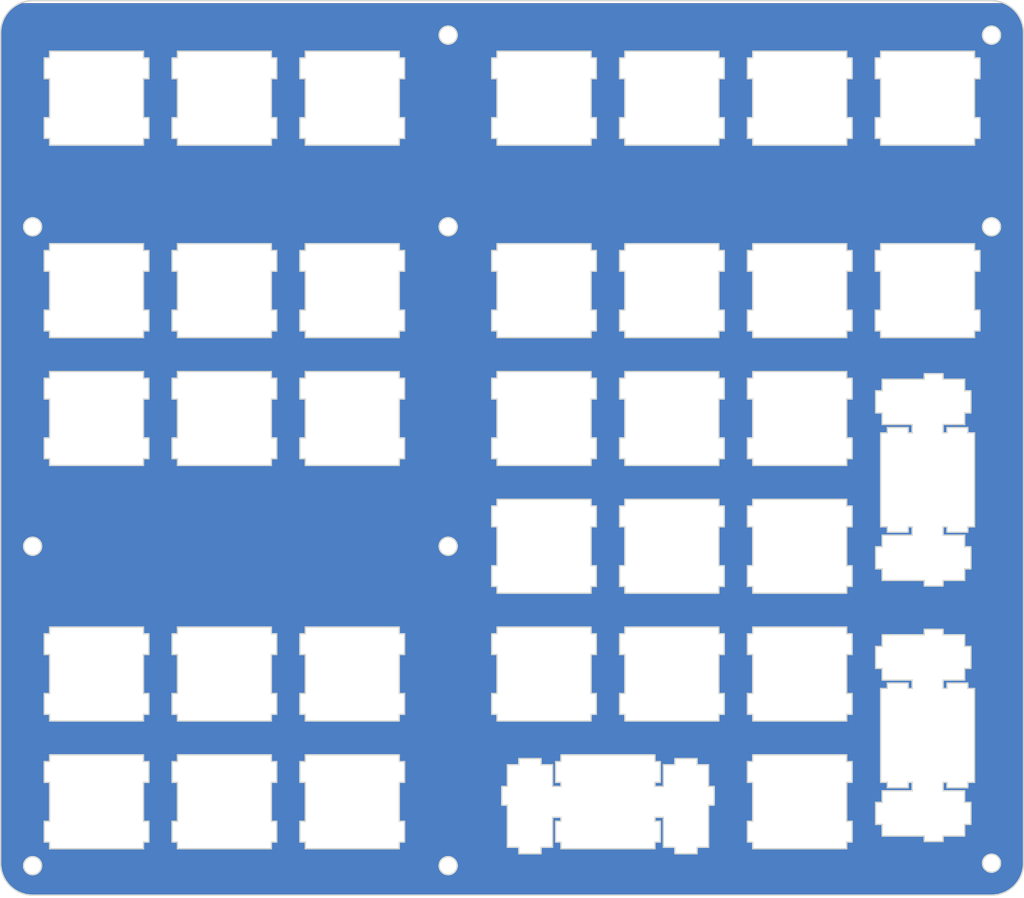
<source format=kicad_pcb>
(kicad_pcb (version 20221018) (generator pcbnew)
  (layers (0 "F.Cu" signal) (31 "B.Cu" signal) (34 "B.Paste" user) (35 "F.Paste" user) (36 "B.SilkS" user "B.Silkscreen") (37 "F.SilkS" user "F.Silkscreen") (38 "B.Mask" user) (39 "F.Mask" user) (44 "Edge.Cuts" user))
  (net 0 "")
  (gr_line (start 159.6755 30.961398) (end 173.6755 30.961398) (stroke (width 0.2)) (layer "Edge.Cuts"))
  (gr_line (start 183.4255 101.862098) (end 182.8255 101.862098) (stroke (width 0.2)) (layer "Edge.Cuts"))
  (gr_line (start 131.1005 148.8605) (end 130.3005 148.8605) (stroke (width 0.2)) (layer "Edge.Cuts"))
  (gr_line (start 154.6255 130.8105) (end 140.6255 130.8105) (stroke (width 0.2)) (layer "Edge.Cuts"))
  (gr_line (start 174.4755 120.9105) (end 173.6755 120.9105) (stroke (width 0.2)) (layer "Edge.Cuts"))
  (gr_line (start 174.4755 136.8605) (end 174.4755 139.9605) (stroke (width 0.2)) (layer "Edge.Cuts"))
  (gr_line (start 69.7005 139.9605) (end 68.9005 139.9605) (stroke (width 0.2)) (layer "Edge.Cuts"))
  (gr_line (start 136.3755 60.6605) (end 136.3755 63.7605) (stroke (width 0.2)) (layer "Edge.Cuts"))
  (gr_line (start 173.6755 136.8605) (end 174.4755 136.8605) (stroke (width 0.2)) (layer "Edge.Cuts"))
  (gr_line (start 155.4255 88.6105) (end 155.4255 91.7105) (stroke (width 0.2)) (layer "Edge.Cuts"))
  (gr_line (start 188.0255 147.962098) (end 188.0255 148.787098) (stroke (width 0.2)) (layer "Edge.Cuts"))
  (gr_line (start 124.8255 150.6105) (end 128.1255 150.6105) (stroke (width 0.2)) (layer "Edge.Cuts"))
  (gr_line (start 107.0005 130.8105) (end 93.0005 130.8105) (stroke (width 0.2)) (layer "Edge.Cuts"))
  (gr_line (start 145.1005 139.9605) (end 145.1005 140.5605) (stroke (width 0.2)) (layer "Edge.Cuts"))
  (gr_line (start 87.9505 30.961398) (end 87.9505 31.961398) (stroke (width 0.2)) (layer "Edge.Cuts"))
  (gr_line (start 155.4255 35.061398) (end 154.6255 35.061398) (stroke (width 0.2)) (layer "Edge.Cuts"))
  (gr_line (start 178.7255 69.5605) (end 178.7255 63.7605) (stroke (width 0.2)) (layer "Edge.Cuts"))
  (gr_line (start 191.7255 140.762098) (end 188.6255 140.762098) (stroke (width 0.2)) (layer "Edge.Cuts"))
  (gr_arc (start 195.2505 23.425098) (mid 198.618468 24.82014) (end 200.0135 28.188098) (stroke (width 0.2)) (layer "Edge.Cuts"))
  (gr_line (start 107.8005 148.8605) (end 107.0005 148.8605) (stroke (width 0.2)) (layer "Edge.Cuts"))
  (gr_line (start 124.8255 149.6305) (end 124.8255 150.6105) (stroke (width 0.2)) (layer "Edge.Cuts"))
  (gr_line (start 93.0005 43.961398) (end 92.2005 43.961398) (stroke (width 0.2)) (layer "Edge.Cuts"))
  (gr_line (start 183.4255 87.862098) (end 182.8255 87.862098) (stroke (width 0.2)) (layer "Edge.Cuts"))
  (gr_line (start 73.9505 135.8605) (end 87.9505 135.8605) (stroke (width 0.2)) (layer "Edge.Cuts"))
  (gr_line (start 68.9005 88.6105) (end 69.7005 88.6105) (stroke (width 0.2)) (layer "Edge.Cuts"))
  (gr_line (start 155.4255 79.7105) (end 155.4255 82.8105) (stroke (width 0.2)) (layer "Edge.Cuts"))
  (gr_line (start 54.9005 44.961398) (end 54.9005 43.961398) (stroke (width 0.2)) (layer "Edge.Cuts"))
  (gr_line (start 154.6255 35.061398) (end 154.6255 40.861398) (stroke (width 0.2)) (layer "Edge.Cuts"))
  (gr_line (start 93.0005 69.5605) (end 93.0005 63.7605) (stroke (width 0.2)) (layer "Edge.Cuts"))
  (gr_line (start 135.5755 116.8105) (end 135.5755 117.8105) (stroke (width 0.2)) (layer "Edge.Cuts"))
  (gr_line (start 93.0005 139.9605) (end 92.2005 139.9605) (stroke (width 0.2)) (layer "Edge.Cuts"))
  (gr_line (start 73.1505 139.9605) (end 73.1505 136.8605) (stroke (width 0.2)) (layer "Edge.Cuts"))
  (gr_line (start 188.0255 110.687098) (end 185.2255 110.687098) (stroke (width 0.2)) (layer "Edge.Cuts"))
  (gr_line (start 68.9005 35.061398) (end 68.9005 40.861398) (stroke (width 0.2)) (layer "Edge.Cuts"))
  (gr_line (start 193.5255 40.861398) (end 193.5255 43.961398) (stroke (width 0.2)) (layer "Edge.Cuts"))
  (gr_line (start 93.0005 130.8105) (end 93.0005 129.8105) (stroke (width 0.2)) (layer "Edge.Cuts"))
  (gr_line (start 87.9505 135.8605) (end 87.9505 136.8605) (stroke (width 0.2)) (layer "Edge.Cuts"))
  (gr_line (start 121.5755 59.6605) (end 135.5755 59.6605) (stroke (width 0.2)) (layer "Edge.Cuts"))
  (gr_line (start 87.9505 139.9605) (end 87.9505 145.7605) (stroke (width 0.2)) (layer "Edge.Cuts"))
  (gr_line (start 159.6755 117.8105) (end 159.6755 116.8105) (stroke (width 0.2)) (layer "Edge.Cuts"))
  (gr_line (start 139.8255 110.7605) (end 139.8255 107.6605) (stroke (width 0.2)) (layer "Edge.Cuts"))
  (gr_line (start 151.3755 150.6105) (end 148.0755 150.6105) (stroke (width 0.2)) (layer "Edge.Cuts"))
  (gr_line (start 92.2005 63.7605) (end 92.2005 60.6605) (stroke (width 0.2)) (layer "Edge.Cuts"))
  (gr_line (start 155.4255 117.8105) (end 155.4255 120.9105) (stroke (width 0.2)) (layer "Edge.Cuts"))
  (gr_line (start 92.2005 79.7105) (end 93.0005 79.7105) (stroke (width 0.2)) (layer "Edge.Cuts"))
  (gr_line (start 193.5255 69.5605) (end 193.5255 72.6605) (stroke (width 0.2)) (layer "Edge.Cuts"))
  (gr_circle (center 195.2505 152.012098) (end 196.6005 152.012098) (stroke (width 0.2)) (fill none) (layer "Edge.Cuts"))
  (gr_line (start 178.7255 72.6605) (end 177.9255 72.6605) (stroke (width 0.2)) (layer "Edge.Cuts"))
  (gr_line (start 173.6755 79.7105) (end 174.4755 79.7105) (stroke (width 0.2)) (layer "Edge.Cuts"))
  (gr_line (start 54.1005 91.7105) (end 54.1005 88.6105) (stroke (width 0.2)) (layer "Edge.Cuts"))
  (gr_line (start 139.8255 91.7105) (end 139.8255 88.6105) (stroke (width 0.2)) (layer "Edge.Cuts"))
  (gr_line (start 88.7505 60.6605) (end 88.7505 63.7605) (stroke (width 0.2)) (layer "Edge.Cuts"))
  (gr_line (start 131.1005 140.5605) (end 129.8505 140.5605) (stroke (width 0.2)) (layer "Edge.Cuts"))
  (gr_line (start 54.1005 126.7105) (end 54.9005 126.7105) (stroke (width 0.2)) (layer "Edge.Cuts"))
  (gr_line (start 107.0005 35.061398) (end 107.0005 40.861398) (stroke (width 0.2)) (layer "Edge.Cuts"))
  (gr_line (start 73.9505 78.7105) (end 87.9505 78.7105) (stroke (width 0.2)) (layer "Edge.Cuts"))
  (gr_line (start 159.6755 149.8605) (end 159.6755 148.8605) (stroke (width 0.2)) (layer "Edge.Cuts"))
  (gr_line (start 87.9505 73.6605) (end 73.9505 73.6605) (stroke (width 0.2)) (layer "Edge.Cuts"))
  (gr_line (start 120.7755 110.7605) (end 120.7755 107.6605) (stroke (width 0.2)) (layer "Edge.Cuts"))
  (gr_line (start 93.0005 59.6605) (end 107.0005 59.6605) (stroke (width 0.2)) (layer "Edge.Cuts"))
  (gr_line (start 135.5755 43.961398) (end 135.5755 44.961398) (stroke (width 0.2)) (layer "Edge.Cuts"))
  (gr_line (start 179.7255 87.062098) (end 182.8255 87.062098) (stroke (width 0.2)) (layer "Edge.Cuts"))
  (gr_line (start 159.6755 116.8105) (end 173.6755 116.8105) (stroke (width 0.2)) (layer "Edge.Cuts"))
  (gr_line (start 135.5755 91.7105) (end 135.5755 92.7105) (stroke (width 0.2)) (layer "Edge.Cuts"))
  (gr_line (start 54.1005 82.8105) (end 54.1005 79.7105) (stroke (width 0.2)) (layer "Edge.Cuts"))
  (gr_line (start 177.9755 108.137098) (end 177.9755 104.837098) (stroke (width 0.2)) (layer "Edge.Cuts"))
  (gr_line (start 159.6755 82.8105) (end 158.8755 82.8105) (stroke (width 0.2)) (layer "Edge.Cuts"))
  (gr_line (start 87.9505 120.9105) (end 87.9505 126.7105) (stroke (width 0.2)) (layer "Edge.Cuts"))
  (gr_line (start 135.5755 88.6105) (end 136.3755 88.6105) (stroke (width 0.2)) (layer "Edge.Cuts"))
  (gr_line (start 68.9005 40.861398) (end 69.7005 40.861398) (stroke (width 0.2)) (layer "Edge.Cuts"))
  (gr_line (start 69.7005 120.9105) (end 68.9005 120.9105) (stroke (width 0.2)) (layer "Edge.Cuts"))
  (gr_line (start 69.7005 72.6605) (end 68.9005 72.6605) (stroke (width 0.2)) (layer "Edge.Cuts"))
  (gr_line (start 68.9005 78.7105) (end 68.9005 79.7105) (stroke (width 0.2)) (layer "Edge.Cuts"))
  (gr_line (start 178.7255 139.962098) (end 178.7255 125.962098) (stroke (width 0.2)) (layer "Edge.Cuts"))
  (gr_line (start 107.8005 63.7605) (end 107.0005 63.7605) (stroke (width 0.2)) (layer "Edge.Cuts"))
  (gr_line (start 193.5255 43.961398) (end 192.7255 43.961398) (stroke (width 0.2)) (layer "Edge.Cuts"))
  (gr_line (start 93.0005 63.7605) (end 92.2005 63.7605) (stroke (width 0.2)) (layer "Edge.Cuts"))
  (gr_line (start 68.9005 44.961398) (end 54.9005 44.961398) (stroke (width 0.2)) (layer "Edge.Cuts"))
  (gr_line (start 69.7005 82.8105) (end 68.9005 82.8105) (stroke (width 0.2)) (layer "Edge.Cuts"))
  (gr_line (start 178.9555 119.687098) (end 177.9755 119.687098) (stroke (width 0.2)) (layer "Edge.Cuts"))
  (gr_line (start 191.7255 139.962098) (end 191.7255 140.762098) (stroke (width 0.2)) (layer "Edge.Cuts"))
  (gr_line (start 87.9505 82.8105) (end 87.9505 88.6105) (stroke (width 0.2)) (layer "Edge.Cuts"))
  (gr_line (start 54.9005 31.961398) (end 54.9005 30.961398) (stroke (width 0.2)) (layer "Edge.Cuts"))
  (gr_line (start 54.9005 72.6605) (end 54.1005 72.6605) (stroke (width 0.2)) (layer "Edge.Cuts"))
  (gr_line (start 107.8005 91.7105) (end 107.0005 91.7105) (stroke (width 0.2)) (layer "Edge.Cuts"))
  (gr_line (start 54.1005 148.8605) (end 54.1005 145.7605) (stroke (width 0.2)) (layer "Edge.Cuts"))
  (gr_line (start 54.1005 43.961398) (end 54.1005 40.861398) (stroke (width 0.2)) (layer "Edge.Cuts"))
  (gr_line (start 173.6755 40.861398) (end 174.4755 40.861398) (stroke (width 0.2)) (layer "Edge.Cuts"))
  (gr_line (start 73.9505 44.961398) (end 73.9505 43.961398) (stroke (width 0.2)) (layer "Edge.Cuts"))
  (gr_line (start 136.3755 72.6605) (end 135.5755 72.6605) (stroke (width 0.2)) (layer "Edge.Cuts"))
  (gr_line (start 178.7255 63.7605) (end 177.9255 63.7605) (stroke (width 0.2)) (layer "Edge.Cuts"))
  (gr_circle (center 195.2505 28.5605) (end 196.6005 28.5605) (stroke (width 0.2)) (fill none) (layer "Edge.Cuts"))
  (gr_line (start 69.7005 69.5605) (end 69.7005 72.6605) (stroke (width 0.2)) (layer "Edge.Cuts"))
  (gr_line (start 155.4255 91.7105) (end 154.6255 91.7105) (stroke (width 0.2)) (layer "Edge.Cuts"))
  (gr_line (start 107.0005 117.8105) (end 107.8005 117.8105) (stroke (width 0.2)) (layer "Edge.Cuts"))
  (gr_line (start 68.9005 129.8105) (end 68.9005 130.8105) (stroke (width 0.2)) (layer "Edge.Cuts"))
  (gr_line (start 173.6755 107.6605) (end 174.4755 107.6605) (stroke (width 0.2)) (layer "Edge.Cuts"))
  (gr_line (start 155.4255 72.6605) (end 154.6255 72.6605) (stroke (width 0.2)) (layer "Edge.Cuts"))
  (gr_line (start 159.6755 31.961398) (end 159.6755 30.961398) (stroke (width 0.2)) (layer "Edge.Cuts"))
  (gr_line (start 88.7505 35.061398) (end 87.9505 35.061398) (stroke (width 0.2)) (layer "Edge.Cuts"))
  (gr_line (start 73.1505 129.8105) (end 73.1505 126.7105) (stroke (width 0.2)) (layer "Edge.Cuts"))
  (gr_line (start 173.6755 88.6105) (end 174.4755 88.6105) (stroke (width 0.2)) (layer "Edge.Cuts"))
  (gr_line (start 159.6755 79.7105) (end 159.6755 78.7105) (stroke (width 0.2)) (layer "Edge.Cuts"))
  (gr_line (start 148.0755 136.4105) (end 151.3755 136.4105) (stroke (width 0.2)) (layer "Edge.Cuts"))
  (gr_line (start 87.9505 116.8105) (end 87.9505 117.8105) (stroke (width 0.2)) (layer "Edge.Cuts"))
  (gr_line (start 107.8005 60.6605) (end 107.8005 63.7605) (stroke (width 0.2)) (layer "Edge.Cuts"))
  (gr_line (start 93.0005 145.7605) (end 93.0005 139.9605) (stroke (width 0.2)) (layer "Edge.Cuts"))
  (gr_circle (center 114.2875 152.3875) (end 115.6375 152.3875) (stroke (width 0.2)) (fill none) (layer "Edge.Cuts"))
  (gr_line (start 178.9555 109.862098) (end 178.9555 108.137098) (stroke (width 0.2)) (layer "Edge.Cuts"))
  (gr_line (start 130.3005 139.9605) (end 130.3005 136.8605) (stroke (width 0.2)) (layer "Edge.Cuts"))
  (gr_line (start 178.7255 31.961398) (end 178.7255 30.961398) (stroke (width 0.2)) (layer "Edge.Cuts"))
  (gr_line (start 185.2255 147.962098) (end 178.9555 147.962098) (stroke (width 0.2)) (layer "Edge.Cuts"))
  (gr_line (start 139.8255 98.7605) (end 140.6255 98.7605) (stroke (width 0.2)) (layer "Edge.Cuts"))
  (gr_line (start 68.9005 92.7105) (end 54.9005 92.7105) (stroke (width 0.2)) (layer "Edge.Cuts"))
  (gr_line (start 124.8255 136.4105) (end 124.8255 137.3305) (stroke (width 0.2)) (layer "Edge.Cuts"))
  (gr_line (start 191.2555 109.862098) (end 188.0255 109.862098) (stroke (width 0.2)) (layer "Edge.Cuts"))
  (gr_line (start 185.2255 117.137098) (end 185.2255 117.962098) (stroke (width 0.2)) (layer "Edge.Cuts"))
  (gr_line (start 191.2555 147.962098) (end 188.0255 147.962098) (stroke (width 0.2)) (layer "Edge.Cuts"))
  (gr_line (start 140.6255 30.961398) (end 154.6255 30.961398) (stroke (width 0.2)) (layer "Edge.Cuts"))
  (gr_line (start 177.9255 43.961398) (end 177.9255 40.861398) (stroke (width 0.2)) (layer "Edge.Cuts"))
  (gr_line (start 88.7505 82.8105) (end 87.9505 82.8105) (stroke (width 0.2)) (layer "Edge.Cuts"))
  (gr_line (start 54.9005 35.061398) (end 54.1005 35.061398) (stroke (width 0.2)) (layer "Edge.Cuts"))
  (gr_line (start 107.8005 145.7605) (end 107.8005 148.8605) (stroke (width 0.2)) (layer "Edge.Cuts"))
  (gr_line (start 191.2555 79.862098) (end 188.0255 79.862098) (stroke (width 0.2)) (layer "Edge.Cuts"))
  (gr_line (start 54.9005 30.961398) (end 68.9005 30.961398) (stroke (width 0.2)) (layer "Edge.Cuts"))
  (gr_line (start 73.1505 72.6605) (end 73.1505 69.5605) (stroke (width 0.2)) (layer "Edge.Cuts"))
  (gr_line (start 107.0005 79.7105) (end 107.8005 79.7105) (stroke (width 0.2)) (layer "Edge.Cuts"))
  (gr_line (start 54.9005 40.861398) (end 54.9005 35.061398) (stroke (width 0.2)) (layer "Edge.Cuts"))
  (gr_line (start 69.7005 136.8605) (end 69.7005 139.9605) (stroke (width 0.2)) (layer "Edge.Cuts"))
  (gr_line (start 191.7255 125.162098) (end 191.7255 125.962098) (stroke (width 0.2)) (layer "Edge.Cuts"))
  (gr_line (start 191.7255 87.062098) (end 191.7255 87.862098) (stroke (width 0.2)) (layer "Edge.Cuts"))
  (gr_line (start 192.1755 122.987098) (end 192.1755 119.687098) (stroke (width 0.2)) (layer "Edge.Cuts"))
  (gr_line (start 155.4255 98.7605) (end 155.4255 101.8605) (stroke (width 0.2)) (layer "Edge.Cuts"))
  (gr_line (start 107.0005 148.8605) (end 107.0005 149.8605) (stroke (width 0.2)) (layer "Edge.Cuts"))
  (gr_line (start 173.6755 91.7105) (end 173.6755 92.7105) (stroke (width 0.2)) (layer "Edge.Cuts"))
  (gr_line (start 92.2005 120.9105) (end 92.2005 117.8105) (stroke (width 0.2)) (layer "Edge.Cuts"))
  (gr_line (start 129.8505 137.3305) (end 128.1255 137.3305) (stroke (width 0.2)) (layer "Edge.Cuts"))
  (gr_line (start 173.6755 72.6605) (end 173.6755 73.6605) (stroke (width 0.2)) (layer "Edge.Cuts"))
  (gr_line (start 174.4755 31.961398) (end 174.4755 35.061398) (stroke (width 0.2)) (layer "Edge.Cuts"))
  (gr_line (start 185.2255 110.687098) (end 185.2255 109.862098) (stroke (width 0.2)) (layer "Edge.Cuts"))
  (gr_line (start 154.6255 31.961398) (end 155.4255 31.961398) (stroke (width 0.2)) (layer "Edge.Cuts"))
  (gr_line (start 88.7505 91.7105) (end 87.9505 91.7105) (stroke (width 0.2)) (layer "Edge.Cuts"))
  (gr_line (start 178.7255 44.961398) (end 178.7255 43.961398) (stroke (width 0.2)) (layer "Edge.Cuts"))
  (gr_line (start 135.5755 126.7105) (end 136.3755 126.7105) (stroke (width 0.2)) (layer "Edge.Cuts"))
  (gr_line (start 135.5755 107.6605) (end 136.3755 107.6605) (stroke (width 0.2)) (layer "Edge.Cuts"))
  (gr_line (start 178.7255 35.061398) (end 177.9255 35.061398) (stroke (width 0.2)) (layer "Edge.Cuts"))
  (gr_line (start 87.9505 129.8105) (end 87.9505 130.8105) (stroke (width 0.2)) (layer "Edge.Cuts"))
  (gr_line (start 159.6755 69.5605) (end 159.6755 63.7605) (stroke (width 0.2)) (layer "Edge.Cuts"))
  (gr_line (start 192.1755 142.937098) (end 192.1755 146.237098) (stroke (width 0.2)) (layer "Edge.Cuts"))
  (gr_line (start 173.6755 149.8605) (end 159.6755 149.8605) (stroke (width 0.2)) (layer "Edge.Cuts"))
  (gr_line (start 87.9505 145.7605) (end 88.7505 145.7605) (stroke (width 0.2)) (layer "Edge.Cuts"))
  (gr_line (start 130.3005 136.8605) (end 131.1005 136.8605) (stroke (width 0.2)) (layer "Edge.Cuts"))
  (gr_line (start 120.7755 126.7105) (end 121.5755 126.7105) (stroke (width 0.2)) (layer "Edge.Cuts"))
  (gr_line (start 73.9505 40.861398) (end 73.9505 35.061398) (stroke (width 0.2)) (layer "Edge.Cuts"))
  (gr_line (start 88.7505 129.8105) (end 87.9505 129.8105) (stroke (width 0.2)) (layer "Edge.Cuts"))
  (gr_line (start 177.9755 81.587098) (end 177.9755 84.887098) (stroke (width 0.2)) (layer "Edge.Cuts"))
  (gr_line (start 158.8755 31.961398) (end 159.6755 31.961398) (stroke (width 0.2)) (layer "Edge.Cuts"))
  (gr_circle (center 52.3745 152.3875) (end 53.7245 152.3875) (stroke (width 0.2)) (fill none) (layer "Edge.Cuts"))
  (gr_line (start 107.8005 136.8605) (end 107.8005 139.9605) (stroke (width 0.2)) (layer "Edge.Cuts"))
  (gr_line (start 159.6755 98.7605) (end 159.6755 97.7605) (stroke (width 0.2)) (layer "Edge.Cuts"))
  (gr_line (start 151.3755 136.4105) (end 151.3755 137.3305) (stroke (width 0.2)) (layer "Edge.Cuts"))
  (gr_line (start 192.7255 87.862098) (end 192.7255 101.862098) (stroke (width 0.2)) (layer "Edge.Cuts"))
  (gr_line (start 154.6255 116.8105) (end 154.6255 117.8105) (stroke (width 0.2)) (layer "Edge.Cuts"))
  (gr_line (start 192.7255 73.6605) (end 178.7255 73.6605) (stroke (width 0.2)) (layer "Edge.Cuts"))
  (gr_line (start 140.6255 117.8105) (end 140.6255 116.8105) (stroke (width 0.2)) (layer "Edge.Cuts"))
  (gr_line (start 183.4255 124.712098) (end 183.4255 125.962098) (stroke (width 0.2)) (layer "Edge.Cuts"))
  (gr_circle (center 52.3745 57.1355) (end 53.7245 57.1355) (stroke (width 0.2)) (fill none) (layer "Edge.Cuts"))
  (gr_line (start 173.6755 110.7605) (end 173.6755 111.7605) (stroke (width 0.2)) (layer "Edge.Cuts"))
  (gr_line (start 158.8755 120.9105) (end 158.8755 117.8105) (stroke (width 0.2)) (layer "Edge.Cuts"))
  (gr_line (start 174.4755 40.861398) (end 174.4755 43.961398) (stroke (width 0.2)) (layer "Edge.Cuts"))
  (gr_line (start 178.9555 142.937098) (end 178.9555 141.212098) (stroke (width 0.2)) (layer "Edge.Cuts"))
  (gr_line (start 73.9505 130.8105) (end 73.9505 129.8105) (stroke (width 0.2)) (layer "Edge.Cuts"))
  (gr_line (start 139.8255 72.6605) (end 139.8255 69.5605) (stroke (width 0.2)) (layer "Edge.Cuts"))
  (gr_line (start 73.9505 35.061398) (end 73.1505 35.061398) (stroke (width 0.2)) (layer "Edge.Cuts"))
  (gr_line (start 87.9505 88.6105) (end 88.7505 88.6105) (stroke (width 0.2)) (layer "Edge.Cuts"))
  (gr_line (start 135.5755 35.061398) (end 135.5755 40.861398) (stroke (width 0.2)) (layer "Edge.Cuts"))
  (gr_line (start 159.6755 40.861398) (end 159.6755 35.061398) (stroke (width 0.2)) (layer "Edge.Cuts"))
  (gr_line (start 185.2255 117.962098) (end 178.9555 117.962098) (stroke (width 0.2)) (layer "Edge.Cuts"))
  (gr_line (start 54.1005 69.5605) (end 54.9005 69.5605) (stroke (width 0.2)) (layer "Edge.Cuts"))
  (gr_line (start 54.9005 88.6105) (end 54.9005 82.8105) (stroke (width 0.2)) (layer "Edge.Cuts"))
  (gr_line (start 88.7505 40.861398) (end 88.7505 43.961398) (stroke (width 0.2)) (layer "Edge.Cuts"))
  (gr_line (start 69.7005 117.8105) (end 69.7005 120.9105) (stroke (width 0.2)) (layer "Edge.Cuts"))
  (gr_line (start 154.6255 63.7605) (end 154.6255 69.5605) (stroke (width 0.2)) (layer "Edge.Cuts"))
  (gr_line (start 121.5755 73.6605) (end 121.5755 72.6605) (stroke (width 0.2)) (layer "Edge.Cuts"))
  (gr_line (start 87.9505 78.7105) (end 87.9505 79.7105) (stroke (width 0.2)) (layer "Edge.Cuts"))
  (gr_line (start 174.4755 69.5605) (end 174.4755 72.6605) (stroke (width 0.2)) (layer "Edge.Cuts"))
  (gr_line (start 139.8255 35.061398) (end 139.8255 31.961398) (stroke (width 0.2)) (layer "Edge.Cuts"))
  (gr_line (start 54.1005 72.6605) (end 54.1005 69.5605) (stroke (width 0.2)) (layer "Edge.Cuts"))
  (gr_line (start 192.7255 43.961398) (end 192.7255 44.961398) (stroke (width 0.2)) (layer "Edge.Cuts"))
  (gr_line (start 191.2555 84.887098) (end 192.1755 84.887098) (stroke (width 0.2)) (layer "Edge.Cuts"))
  (gr_line (start 139.8255 129.8105) (end 139.8255 126.7105) (stroke (width 0.2)) (layer "Edge.Cuts"))
  (gr_line (start 73.9505 139.9605) (end 73.1505 139.9605) (stroke (width 0.2)) (layer "Edge.Cuts"))
  (gr_line (start 173.6755 30.961398) (end 173.6755 31.961398) (stroke (width 0.2)) (layer "Edge.Cuts"))
  (gr_line (start 155.4255 82.8105) (end 154.6255 82.8105) (stroke (width 0.2)) (layer "Edge.Cuts"))
  (gr_line (start 135.5755 63.7605) (end 135.5755 69.5605) (stroke (width 0.2)) (layer "Edge.Cuts"))
  (gr_line (start 136.3755 107.6605) (end 136.3755 110.7605) (stroke (width 0.2)) (layer "Edge.Cuts"))
  (gr_line (start 87.9505 63.7605) (end 87.9505 69.5605) (stroke (width 0.2)) (layer "Edge.Cuts"))
  (gr_line (start 136.3755 117.8105) (end 136.3755 120.9105) (stroke (width 0.2)) (layer "Edge.Cuts"))
  (gr_line (start 121.5755 98.7605) (end 121.5755 97.7605) (stroke (width 0.2)) (layer "Edge.Cuts"))
  (gr_line (start 121.5755 44.961398) (end 121.5755 43.961398) (stroke (width 0.2)) (layer "Edge.Cuts"))
  (gr_line (start 54.9005 130.8105) (end 54.9005 129.8105) (stroke (width 0.2)) (layer "Edge.Cuts"))
  (gr_line (start 140.6255 31.961398) (end 140.6255 30.961398) (stroke (width 0.2)) (layer "Edge.Cuts"))
  (gr_line (start 107.8005 139.9605) (end 107.0005 139.9605) (stroke (width 0.2)) (layer "Edge.Cuts"))
  (gr_line (start 192.7255 63.7605) (end 192.7255 69.5605) (stroke (width 0.2)) (layer "Edge.Cuts"))
  (gr_line (start 140.6255 88.6105) (end 140.6255 82.8105) (stroke (width 0.2)) (layer "Edge.Cuts"))
  (gr_line (start 131.1005 139.9605) (end 130.3005 139.9605) (stroke (width 0.2)) (layer "Edge.Cuts"))
  (gr_line (start 154.6255 129.8105) (end 154.6255 130.8105) (stroke (width 0.2)) (layer "Edge.Cuts"))
  (gr_line (start 135.5755 60.6605) (end 136.3755 60.6605) (stroke (width 0.2)) (layer "Edge.Cuts"))
  (gr_line (start 69.7005 79.7105) (end 69.7005 82.8105) (stroke (width 0.2)) (layer "Edge.Cuts"))
  (gr_line (start 54.9005 116.8105) (end 68.9005 116.8105) (stroke (width 0.2)) (layer "Edge.Cuts"))
  (gr_line (start 135.5755 110.7605) (end 135.5755 111.7605) (stroke (width 0.2)) (layer "Edge.Cuts"))
  (gr_line (start 140.6255 130.8105) (end 140.6255 129.8105) (stroke (width 0.2)) (layer "Edge.Cuts"))
  (gr_line (start 135.5755 120.9105) (end 135.5755 126.7105) (stroke (width 0.2)) (layer "Edge.Cuts"))
  (gr_line (start 140.6255 40.861398) (end 140.6255 35.061398) (stroke (width 0.2)) (layer "Edge.Cuts"))
  (gr_line (start 135.5755 40.861398) (end 136.3755 40.861398) (stroke (width 0.2)) (layer "Edge.Cuts"))
  (gr_line (start 178.9555 104.837098) (end 178.9555 103.112098) (stroke (width 0.2)) (layer "Edge.Cuts"))
  (gr_line (start 154.6255 91.7105) (end 154.6255 92.7105) (stroke (width 0.2)) (layer "Edge.Cuts"))
  (gr_line (start 73.9505 69.5605) (end 73.9505 63.7605) (stroke (width 0.2)) (layer "Edge.Cuts"))
  (gr_line (start 121.5755 107.6605) (end 121.5755 101.8605) (stroke (width 0.2)) (layer "Edge.Cuts"))
  (gr_line (start 178.7255 125.962098) (end 179.7255 125.962098) (stroke (width 0.2)) (layer "Edge.Cuts"))
  (gr_line (start 140.6255 101.8605) (end 139.8255 101.8605) (stroke (width 0.2)) (layer "Edge.Cuts"))
  (gr_line (start 173.6755 148.8605) (end 173.6755 149.8605) (stroke (width 0.2)) (layer "Edge.Cuts"))
  (gr_line (start 121.5755 101.8605) (end 120.7755 101.8605) (stroke (width 0.2)) (layer "Edge.Cuts"))
  (gr_line (start 107.0005 129.8105) (end 107.0005 130.8105) (stroke (width 0.2)) (layer "Edge.Cuts"))
  (gr_line (start 191.2555 142.937098) (end 192.1755 142.937098) (stroke (width 0.2)) (layer "Edge.Cuts"))
  (gr_line (start 182.8255 125.162098) (end 182.8255 125.962098) (stroke (width 0.2)) (layer "Edge.Cuts"))
  (gr_line (start 73.1505 35.061398) (end 73.1505 31.961398) (stroke (width 0.2)) (layer "Edge.Cuts"))
  (gr_line (start 192.7255 60.6605) (end 193.5255 60.6605) (stroke (width 0.2)) (layer "Edge.Cuts"))
  (gr_line (start 122.2755 143.3605) (end 123.1005 143.3605) (stroke (width 0.2)) (layer "Edge.Cuts"))
  (gr_line (start 174.4755 145.7605) (end 174.4755 148.8605) (stroke (width 0.2)) (layer "Edge.Cuts"))
  (gr_line (start 159.6755 72.6605) (end 158.8755 72.6605) (stroke (width 0.2)) (layer "Edge.Cuts"))
  (gr_line (start 158.8755 63.7605) (end 158.8755 60.6605) (stroke (width 0.2)) (layer "Edge.Cuts"))
  (gr_line (start 121.5755 110.7605) (end 120.7755 110.7605) (stroke (width 0.2)) (layer "Edge.Cuts"))
  (gr_line (start 173.6755 97.7605) (end 173.6755 98.7605) (stroke (width 0.2)) (layer "Edge.Cuts"))
  (gr_line (start 159.6755 43.961398) (end 158.8755 43.961398) (stroke (width 0.2)) (layer "Edge.Cuts"))
  (gr_line (start 121.5755 92.7105) (end 121.5755 91.7105) (stroke (width 0.2)) (layer "Edge.Cuts"))
  (gr_line (start 159.6755 78.7105) (end 173.6755 78.7105) (stroke (width 0.2)) (layer "Edge.Cuts"))
  (gr_circle (center 114.2875 57.1355) (end 115.6375 57.1355) (stroke (width 0.2)) (fill none) (layer "Edge.Cuts"))
  (gr_line (start 107.0005 126.7105) (end 107.8005 126.7105) (stroke (width 0.2)) (layer "Edge.Cuts"))
  (gr_line (start 93.0005 30.961398) (end 107.0005 30.961398) (stroke (width 0.2)) (layer "Edge.Cuts"))
  (gr_line (start 54.1005 40.861398) (end 54.9005 40.861398) (stroke (width 0.2)) (layer "Edge.Cuts"))
  (gr_line (start 191.7255 101.862098) (end 191.7255 102.662098) (stroke (width 0.2)) (layer "Edge.Cuts"))
  (gr_line (start 54.9005 73.6605) (end 54.9005 72.6605) (stroke (width 0.2)) (layer "Edge.Cuts"))
  (gr_line (start 159.6755 129.8105) (end 158.8755 129.8105) (stroke (width 0.2)) (layer "Edge.Cuts"))
  (gr_line (start 174.4755 107.6605) (end 174.4755 110.7605) (stroke (width 0.2)) (layer "Edge.Cuts"))
  (gr_line (start 73.9505 72.6605) (end 73.1505 72.6605) (stroke (width 0.2)) (layer "Edge.Cuts"))
  (gr_line (start 121.5755 69.5605) (end 121.5755 63.7605) (stroke (width 0.2)) (layer "Edge.Cuts"))
  (gr_line (start 121.5755 129.8105) (end 120.7755 129.8105) (stroke (width 0.2)) (layer "Edge.Cuts"))
  (gr_line (start 174.4755 60.6605) (end 174.4755 63.7605) (stroke (width 0.2)) (layer "Edge.Cuts"))
  (gr_line (start 182.8255 102.662098) (end 179.7255 102.662098) (stroke (width 0.2)) (layer "Edge.Cuts"))
  (gr_line (start 191.2555 117.962098) (end 188.0255 117.962098) (stroke (width 0.2)) (layer "Edge.Cuts"))
  (gr_arc (start 200.0135 152.012098) (mid 198.618451 155.380045) (end 195.2505 156.775098) (stroke (width 0.2)) (layer "Edge.Cuts"))
  (gr_line (start 69.7005 60.6605) (end 69.7005 63.7605) (stroke (width 0.2)) (layer "Edge.Cuts"))
  (gr_line (start 174.4755 139.9605) (end 173.6755 139.9605) (stroke (width 0.2)) (layer "Edge.Cuts"))
  (gr_line (start 182.8255 87.062098) (end 182.8255 87.862098) (stroke (width 0.2)) (layer "Edge.Cuts"))
  (gr_line (start 139.8255 31.961398) (end 140.6255 31.961398) (stroke (width 0.2)) (layer "Edge.Cuts"))
  (gr_line (start 88.7505 145.7605) (end 88.7505 148.8605) (stroke (width 0.2)) (layer "Edge.Cuts"))
  (gr_line (start 121.5755 72.6605) (end 120.7755 72.6605) (stroke (width 0.2)) (layer "Edge.Cuts"))
  (gr_line (start 140.6255 59.6605) (end 154.6255 59.6605) (stroke (width 0.2)) (layer "Edge.Cuts"))
  (gr_line (start 122.2755 140.5605) (end 122.2755 143.3605) (stroke (width 0.2)) (layer "Edge.Cuts"))
  (gr_line (start 159.6755 130.8105) (end 159.6755 129.8105) (stroke (width 0.2)) (layer "Edge.Cuts"))
  (gr_line (start 131.1005 145.1605) (end 131.1005 145.7605) (stroke (width 0.2)) (layer "Edge.Cuts"))
  (gr_line (start 146.3505 145.1605) (end 145.1005 145.1605) (stroke (width 0.2)) (layer "Edge.Cuts"))
  (gr_line (start 191.2555 86.612098) (end 191.2555 84.887098) (stroke (width 0.2)) (layer "Edge.Cuts"))
  (gr_line (start 107.0005 30.961398) (end 107.0005 31.961398) (stroke (width 0.2)) (layer "Edge.Cuts"))
  (gr_line (start 107.8005 69.5605) (end 107.8005 72.6605) (stroke (width 0.2)) (layer "Edge.Cuts"))
  (gr_line (start 159.6755 63.7605) (end 158.8755 63.7605) (stroke (width 0.2)) (layer "Edge.Cuts"))
  (gr_line (start 145.9005 148.8605) (end 145.1005 148.8605) (stroke (width 0.2)) (layer "Edge.Cuts"))
  (gr_line (start 120.7755 69.5605) (end 121.5755 69.5605) (stroke (width 0.2)) (layer "Edge.Cuts"))
  (gr_line (start 88.7505 31.961398) (end 88.7505 35.061398) (stroke (width 0.2)) (layer "Edge.Cuts"))
  (gr_line (start 88.7505 72.6605) (end 87.9505 72.6605) (stroke (width 0.2)) (layer "Edge.Cuts"))
  (gr_line (start 120.7755 63.7605) (end 120.7755 60.6605) (stroke (width 0.2)) (layer "Edge.Cuts"))
  (gr_line (start 183.4255 86.612098) (end 183.4255 87.862098) (stroke (width 0.2)) (layer "Edge.Cuts"))
  (gr_line (start 92.2005 40.861398) (end 93.0005 40.861398) (stroke (width 0.2)) (layer "Edge.Cuts"))
  (gr_line (start 155.4255 63.7605) (end 154.6255 63.7605) (stroke (width 0.2)) (layer "Edge.Cuts"))
  (gr_line (start 191.2555 124.712098) (end 191.2555 122.987098) (stroke (width 0.2)) (layer "Edge.Cuts"))
  (gr_line (start 68.9005 60.6605) (end 69.7005 60.6605) (stroke (width 0.2)) (layer "Edge.Cuts"))
  (gr_line (start 158.8755 88.6105) (end 159.6755 88.6105) (stroke (width 0.2)) (layer "Edge.Cuts"))
  (gr_line (start 92.2005 82.8105) (end 92.2005 79.7105) (stroke (width 0.2)) (layer "Edge.Cuts"))
  (gr_line (start 139.8255 40.861398) (end 140.6255 40.861398) (stroke (width 0.2)) (layer "Edge.Cuts"))
  (gr_line (start 158.8755 72.6605) (end 158.8755 69.5605) (stroke (width 0.2)) (layer "Edge.Cuts"))
  (gr_line (start 145.1005 136.8605) (end 145.9005 136.8605) (stroke (width 0.2)) (layer "Edge.Cuts"))
  (gr_line (start 73.9505 117.8105) (end 73.9505 116.8105) (stroke (width 0.2)) (layer "Edge.Cuts"))
  (gr_line (start 120.7755 43.961398) (end 120.7755 40.861398) (stroke (width 0.2)) (layer "Edge.Cuts"))
  (gr_line (start 139.8255 107.6605) (end 140.6255 107.6605) (stroke (width 0.2)) (layer "Edge.Cuts"))
  (gr_line (start 188.6255 125.962098) (end 188.6255 125.162098) (stroke (width 0.2)) (layer "Edge.Cuts"))
  (gr_line (start 173.6755 78.7105) (end 173.6755 79.7105) (stroke (width 0.2)) (layer "Edge.Cuts"))
  (gr_line (start 178.7255 87.862098) (end 179.7255 87.862098) (stroke (width 0.2)) (layer "Edge.Cuts"))
  (gr_line (start 54.9005 91.7105) (end 54.1005 91.7105) (stroke (width 0.2)) (layer "Edge.Cuts"))
  (gr_line (start 183.4255 141.212098) (end 183.4255 139.962098) (stroke (width 0.2)) (layer "Edge.Cuts"))
  (gr_line (start 158.8755 60.6605) (end 159.6755 60.6605) (stroke (width 0.2)) (layer "Edge.Cuts"))
  (gr_line (start 128.1255 136.4105) (end 124.8255 136.4105) (stroke (width 0.2)) (layer "Edge.Cuts"))
  (gr_line (start 155.4255 126.7105) (end 155.4255 129.8105) (stroke (width 0.2)) (layer "Edge.Cuts"))
  (gr_line (start 188.0255 124.712098) (end 191.2555 124.712098) (stroke (width 0.2)) (layer "Edge.Cuts"))
  (gr_line (start 88.7505 136.8605) (end 88.7505 139.9605) (stroke (width 0.2)) (layer "Edge.Cuts"))
  (gr_line (start 121.5755 63.7605) (end 120.7755 63.7605) (stroke (width 0.2)) (layer "Edge.Cuts"))
  (gr_line (start 92.2005 43.961398) (end 92.2005 40.861398) (stroke (width 0.2)) (layer "Edge.Cuts"))
  (gr_line (start 92.2005 35.061398) (end 92.2005 31.961398) (stroke (width 0.2)) (layer "Edge.Cuts"))
  (gr_line (start 93.0005 129.8105) (end 92.2005 129.8105) (stroke (width 0.2)) (layer "Edge.Cuts"))
  (gr_line (start 136.3755 35.061398) (end 135.5755 35.061398) (stroke (width 0.2)) (layer "Edge.Cuts"))
  (gr_line (start 155.4255 40.861398) (end 155.4255 43.961398) (stroke (width 0.2)) (layer "Edge.Cuts"))
  (gr_line (start 87.9505 60.6605) (end 88.7505 60.6605) (stroke (width 0.2)) (layer "Edge.Cuts"))
  (gr_line (start 107.0005 139.9605) (end 107.0005 145.7605) (stroke (width 0.2)) (layer "Edge.Cuts"))
  (gr_line (start 145.9005 136.8605) (end 145.9005 139.9605) (stroke (width 0.2)) (layer "Edge.Cuts"))
  (gr_line (start 135.5755 117.8105) (end 136.3755 117.8105) (stroke (width 0.2)) (layer "Edge.Cuts"))
  (gr_line (start 191.2555 108.137098) (end 191.2555 109.862098) (stroke (width 0.2)) (layer "Edge.Cuts"))
  (gr_line (start 155.4255 31.961398) (end 155.4255 35.061398) (stroke (width 0.2)) (layer "Edge.Cuts"))
  (gr_line (start 159.6755 111.7605) (end 159.6755 110.7605) (stroke (width 0.2)) (layer "Edge.Cuts"))
  (gr_line (start 107.0005 44.961398) (end 93.0005 44.961398) (stroke (width 0.2)) (layer "Edge.Cuts"))
  (gr_line (start 135.5755 78.7105) (end 135.5755 79.7105) (stroke (width 0.2)) (layer "Edge.Cuts"))
  (gr_line (start 188.0255 103.112098) (end 191.2555 103.112098) (stroke (width 0.2)) (layer "Edge.Cuts"))
  (gr_line (start 154.6255 79.7105) (end 155.4255 79.7105) (stroke (width 0.2)) (layer "Edge.Cuts"))
  (gr_line (start 68.9005 43.961398) (end 68.9005 44.961398) (stroke (width 0.2)) (layer "Edge.Cuts"))
  (gr_line (start 123.1005 140.5605) (end 122.2755 140.5605) (stroke (width 0.2)) (layer "Edge.Cuts"))
  (gr_line (start 174.4755 82.8105) (end 173.6755 82.8105) (stroke (width 0.2)) (layer "Edge.Cuts"))
  (gr_line (start 68.9005 82.8105) (end 68.9005 88.6105) (stroke (width 0.2)) (layer "Edge.Cuts"))
  (gr_line (start 158.8755 139.9605) (end 158.8755 136.8605) (stroke (width 0.2)) (layer "Edge.Cuts"))
  (gr_line (start 120.7755 60.6605) (end 121.5755 60.6605) (stroke (width 0.2)) (layer "Edge.Cuts"))
  (gr_line (start 178.7255 59.6605) (end 192.7255 59.6605) (stroke (width 0.2)) (layer "Edge.Cuts"))
  (gr_line (start 73.9505 88.6105) (end 73.9505 82.8105) (stroke (width 0.2)) (layer "Edge.Cuts"))
  (gr_line (start 87.9505 44.961398) (end 73.9505 44.961398) (stroke (width 0.2)) (layer "Edge.Cuts"))
  (gr_line (start 174.4755 110.7605) (end 173.6755 110.7605) (stroke (width 0.2)) (layer "Edge.Cuts"))
  (gr_line (start 192.7255 31.961398) (end 193.5255 31.961398) (stroke (width 0.2)) (layer "Edge.Cuts"))
  (gr_line (start 158.8755 101.8605) (end 158.8755 98.7605) (stroke (width 0.2)) (layer "Edge.Cuts"))
  (gr_line (start 173.6755 43.961398) (end 173.6755 44.961398) (stroke (width 0.2)) (layer "Edge.Cuts"))
  (gr_line (start 140.6255 73.6605) (end 140.6255 72.6605) (stroke (width 0.2)) (layer "Edge.Cuts"))
  (gr_line (start 123.1005 137.3305) (end 123.1005 140.5605) (stroke (width 0.2)) (layer "Edge.Cuts"))
  (gr_line (start 188.6255 139.962098) (end 188.0255 139.962098) (stroke (width 0.2)) (layer "Edge.Cuts"))
  (gr_line (start 173.6755 129.8105) (end 173.6755 130.8105) (stroke (width 0.2)) (layer "Edge.Cuts"))
  (gr_line (start 139.8255 82.8105) (end 139.8255 79.7105) (stroke (width 0.2)) (layer "Edge.Cuts"))
  (gr_line (start 174.4755 88.6105) (end 174.4755 91.7105) (stroke (width 0.2)) (layer "Edge.Cuts"))
  (gr_line (start 173.6755 92.7105) (end 159.6755 92.7105) (stroke (width 0.2)) (layer "Edge.Cuts"))
  (gr_line (start 93.0005 88.6105) (end 93.0005 82.8105) (stroke (width 0.2)) (layer "Edge.Cuts"))
  (gr_line (start 191.7255 87.862098) (end 192.7255 87.862098) (stroke (width 0.2)) (layer "Edge.Cuts"))
  (gr_line (start 140.6255 72.6605) (end 139.8255 72.6605) (stroke (width 0.2)) (layer "Edge.Cuts"))
  (gr_line (start 173.6755 60.6605) (end 174.4755 60.6605) (stroke (width 0.2)) (layer "Edge.Cuts"))
  (gr_line (start 154.6255 72.6605) (end 154.6255 73.6605) (stroke (width 0.2)) (layer "Edge.Cuts"))
  (gr_line (start 155.4255 129.8105) (end 154.6255 129.8105) (stroke (width 0.2)) (layer "Edge.Cuts"))
  (gr_line (start 145.1005 149.8605) (end 131.1005 149.8605) (stroke (width 0.2)) (layer "Edge.Cuts"))
  (gr_line (start 93.0005 120.9105) (end 92.2005 120.9105) (stroke (width 0.2)) (layer "Edge.Cuts"))
  (gr_line (start 73.9505 92.7105) (end 73.9505 91.7105) (stroke (width 0.2)) (layer "Edge.Cuts"))
  (gr_line (start 178.9555 86.612098) (end 183.4255 86.612098) (stroke (width 0.2)) (layer "Edge.Cuts"))
  (gr_arc (start 47.6135 28.188098) (mid 49.008552 24.820146) (end 52.3765 23.425098) (stroke (width 0.2)) (layer "Edge.Cuts"))
  (gr_line (start 68.9005 117.8105) (end 69.7005 117.8105) (stroke (width 0.2)) (layer "Edge.Cuts"))
  (gr_line (start 88.7505 126.7105) (end 88.7505 129.8105) (stroke (width 0.2)) (layer "Edge.Cuts"))
  (gr_line (start 193.5255 31.961398) (end 193.5255 35.061398) (stroke (width 0.2)) (layer "Edge.Cuts"))
  (gr_line (start 107.8005 35.061398) (end 107.0005 35.061398) (stroke (width 0.2)) (layer "Edge.Cuts"))
  (gr_line (start 87.9505 31.961398) (end 88.7505 31.961398) (stroke (width 0.2)) (layer "Edge.Cuts"))
  (gr_line (start 159.6755 139.9605) (end 158.8755 139.9605) (stroke (width 0.2)) (layer "Edge.Cuts"))
  (gr_line (start 173.6755 73.6605) (end 159.6755 73.6605) (stroke (width 0.2)) (layer "Edge.Cuts"))
  (gr_line (start 136.3755 98.7605) (end 136.3755 101.8605) (stroke (width 0.2)) (layer "Edge.Cuts"))
  (gr_line (start 139.8255 88.6105) (end 140.6255 88.6105) (stroke (width 0.2)) (layer "Edge.Cuts"))
  (gr_line (start 87.9505 72.6605) (end 87.9505 73.6605) (stroke (width 0.2)) (layer "Edge.Cuts"))
  (gr_line (start 177.9255 40.861398) (end 178.7255 40.861398) (stroke (width 0.2)) (layer "Edge.Cuts"))
  (gr_line (start 177.9755 122.987098) (end 178.9555 122.987098) (stroke (width 0.2)) (layer "Edge.Cuts"))
  (gr_line (start 93.0005 136.8605) (end 93.0005 135.8605) (stroke (width 0.2)) (layer "Edge.Cuts"))
  (gr_line (start 158.8755 35.061398) (end 158.8755 31.961398) (stroke (width 0.2)) (layer "Edge.Cuts"))
  (gr_line (start 159.6755 148.8605) (end 158.8755 148.8605) (stroke (width 0.2)) (layer "Edge.Cuts"))
  (gr_line (start 179.7255 102.662098) (end 179.7255 101.862098) (stroke (width 0.2)) (layer "Edge.Cuts"))
  (gr_line (start 131.1005 136.8605) (end 131.1005 135.8605) (stroke (width 0.2)) (layer "Edge.Cuts"))
  (gr_line (start 73.9505 149.8605) (end 73.9505 148.8605) (stroke (width 0.2)) (layer "Edge.Cuts"))
  (gr_line (start 121.5755 40.861398) (end 121.5755 35.061398) (stroke (width 0.2)) (layer "Edge.Cuts"))
  (gr_line (start 107.0005 91.7105) (end 107.0005 92.7105) (stroke (width 0.2)) (layer "Edge.Cuts"))
  (gr_line (start 177.9255 60.6605) (end 178.7255 60.6605) (stroke (width 0.2)) (layer "Edge.Cuts"))
  (gr_line (start 173.6755 69.5605) (end 174.4755 69.5605) (stroke (width 0.2)) (layer "Edge.Cuts"))
  (gr_line (start 140.6255 111.7605) (end 140.6255 110.7605) (stroke (width 0.2)) (layer "Edge.Cuts"))
  (gr_line (start 68.9005 149.8605) (end 54.9005 149.8605) (stroke (width 0.2)) (layer "Edge.Cuts"))
  (gr_line (start 68.9005 91.7105) (end 68.9005 92.7105) (stroke (width 0.2)) (layer "Edge.Cuts"))
  (gr_line (start 158.8755 148.8605) (end 158.8755 145.7605) (stroke (width 0.2)) (layer "Edge.Cuts"))
  (gr_line (start 135.5755 98.7605) (end 136.3755 98.7605) (stroke (width 0.2)) (layer "Edge.Cuts"))
  (gr_circle (center 114.2875 28.5605) (end 115.6375 28.5605) (stroke (width 0.2)) (fill none) (layer "Edge.Cuts"))
  (gr_line (start 68.9005 30.961398) (end 68.9005 31.961398) (stroke (width 0.2)) (layer "Edge.Cuts"))
  (gr_line (start 159.6755 35.061398) (end 158.8755 35.061398) (stroke (width 0.2)) (layer "Edge.Cuts"))
  (gr_line (start 87.9505 59.6605) (end 87.9505 60.6605) (stroke (width 0.2)) (layer "Edge.Cuts"))
  (gr_line (start 88.7505 148.8605) (end 87.9505 148.8605) (stroke (width 0.2)) (layer "Edge.Cuts"))
  (gr_line (start 124.8255 137.3305) (end 123.1005 137.3305) (stroke (width 0.2)) (layer "Edge.Cuts"))
  (gr_line (start 73.1505 43.961398) (end 73.1505 40.861398) (stroke (width 0.2)) (layer "Edge.Cuts"))
  (gr_line (start 173.6755 59.6605) (end 173.6755 60.6605) (stroke (width 0.2)) (layer "Edge.Cuts"))
  (gr_line (start 120.7755 117.8105) (end 121.5755 117.8105) (stroke (width 0.2)) (layer "Edge.Cuts"))
  (gr_line (start 174.4755 72.6605) (end 173.6755 72.6605) (stroke (width 0.2)) (layer "Edge.Cuts"))
  (gr_line (start 154.6255 107.6605) (end 155.4255 107.6605) (stroke (width 0.2)) (layer "Edge.Cuts"))
  (gr_line (start 136.3755 110.7605) (end 135.5755 110.7605) (stroke (width 0.2)) (layer "Edge.Cuts"))
  (gr_line (start 159.6755 101.8605) (end 158.8755 101.8605) (stroke (width 0.2)) (layer "Edge.Cuts"))
  (gr_line (start 148.0755 149.6305) (end 146.3505 149.6305) (stroke (width 0.2)) (layer "Edge.Cuts"))
  (gr_line (start 135.5755 31.961398) (end 136.3755 31.961398) (stroke (width 0.2)) (layer "Edge.Cuts"))
  (gr_line (start 107.0005 43.961398) (end 107.0005 44.961398) (stroke (width 0.2)) (layer "Edge.Cuts"))
  (gr_line (start 93.0005 92.7105) (end 93.0005 91.7105) (stroke (width 0.2)) (layer "Edge.Cuts"))
  (gr_line (start 123.1005 143.3605) (end 123.1005 149.6305) (stroke (width 0.2)) (layer "Edge.Cuts"))
  (gr_line (start 54.9005 78.7105) (end 68.9005 78.7105) (stroke (width 0.2)) (layer "Edge.Cuts"))
  (gr_line (start 68.9005 120.9105) (end 68.9005 126.7105) (stroke (width 0.2)) (layer "Edge.Cuts"))
  (gr_line (start 158.8755 79.7105) (end 159.6755 79.7105) (stroke (width 0.2)) (layer "Edge.Cuts"))
  (gr_line (start 154.6255 82.8105) (end 154.6255 88.6105) (stroke (width 0.2)) (layer "Edge.Cuts"))
  (gr_line (start 87.9505 148.8605) (end 87.9505 149.8605) (stroke (width 0.2)) (layer "Edge.Cuts"))
  (gr_line (start 159.6755 136.8605) (end 159.6755 135.8605) (stroke (width 0.2)) (layer "Edge.Cuts"))
  (gr_line (start 54.9005 135.8605) (end 68.9005 135.8605) (stroke (width 0.2)) (layer "Edge.Cuts"))
  (gr_line (start 107.0005 136.8605) (end 107.8005 136.8605) (stroke (width 0.2)) (layer "Edge.Cuts"))
  (gr_line (start 179.7255 87.862098) (end 179.7255 87.062098) (stroke (width 0.2)) (layer "Edge.Cuts"))
  (gr_line (start 158.8755 98.7605) (end 159.6755 98.7605) (stroke (width 0.2)) (layer "Edge.Cuts"))
  (gr_line (start 107.8005 82.8105) (end 107.0005 82.8105) (stroke (width 0.2)) (layer "Edge.Cuts"))
  (gr_line (start 177.9755 104.837098) (end 178.9555 104.837098) (stroke (width 0.2)) (layer "Edge.Cuts"))
  (gr_line (start 173.6755 126.7105) (end 174.4755 126.7105) (stroke (width 0.2)) (layer "Edge.Cuts"))
  (gr_line (start 107.8005 40.861398) (end 107.8005 43.961398) (stroke (width 0.2)) (layer "Edge.Cuts"))
  (gr_line (start 135.5755 73.6605) (end 121.5755 73.6605) (stroke (width 0.2)) (layer "Edge.Cuts"))
  (gr_line (start 121.5755 116.8105) (end 135.5755 116.8105) (stroke (width 0.2)) (layer "Edge.Cuts"))
  (gr_line (start 174.4755 126.7105) (end 174.4755 129.8105) (stroke (width 0.2)) (layer "Edge.Cuts"))
  (gr_line (start 155.4255 43.961398) (end 154.6255 43.961398) (stroke (width 0.2)) (layer "Edge.Cuts"))
  (gr_line (start 177.9755 84.887098) (end 178.9555 84.887098) (stroke (width 0.2)) (layer "Edge.Cuts"))
  (gr_line (start 174.4755 129.8105) (end 173.6755 129.8105) (stroke (width 0.2)) (layer "Edge.Cuts"))
  (gr_line (start 158.8755 91.7105) (end 158.8755 88.6105) (stroke (width 0.2)) (layer "Edge.Cuts"))
  (gr_line (start 173.6755 82.8105) (end 173.6755 88.6105) (stroke (width 0.2)) (layer "Edge.Cuts"))
  (gr_line (start 73.9505 129.8105) (end 73.1505 129.8105) (stroke (width 0.2)) (layer "Edge.Cuts"))
  (gr_line (start 73.9505 91.7105) (end 73.1505 91.7105) (stroke (width 0.2)) (layer "Edge.Cuts"))
  (gr_line (start 107.0005 40.861398) (end 107.8005 40.861398) (stroke (width 0.2)) (layer "Edge.Cuts"))
  (gr_line (start 154.6255 92.7105) (end 140.6255 92.7105) (stroke (width 0.2)) (layer "Edge.Cuts"))
  (gr_line (start 121.5755 120.9105) (end 120.7755 120.9105) (stroke (width 0.2)) (layer "Edge.Cuts"))
  (gr_line (start 136.3755 79.7105) (end 136.3755 82.8105) (stroke (width 0.2)) (layer "Edge.Cuts"))
  (gr_line (start 73.9505 120.9105) (end 73.1505 120.9105) (stroke (width 0.2)) (layer "Edge.Cuts"))
  (gr_line (start 140.6255 126.7105) (end 140.6255 120.9105) (stroke (width 0.2)) (layer "Edge.Cuts"))
  (gr_line (start 159.6755 59.6605) (end 173.6755 59.6605) (stroke (width 0.2)) (layer "Edge.Cuts"))
  (gr_line (start 151.3755 149.6305) (end 151.3755 150.6105) (stroke (width 0.2)) (layer "Edge.Cuts"))
  (gr_line (start 140.6255 60.6605) (end 140.6255 59.6605) (stroke (width 0.2)) (layer "Edge.Cuts"))
  (gr_line (start 192.7255 30.961398) (end 192.7255 31.961398) (stroke (width 0.2)) (layer "Edge.Cuts"))
  (gr_line (start 73.9505 73.6605) (end 73.9505 72.6605) (stroke (width 0.2)) (layer "Edge.Cuts"))
  (gr_line (start 54.9005 63.7605) (end 54.1005 63.7605) (stroke (width 0.2)) (layer "Edge.Cuts"))
  (gr_line (start 121.5755 30.961398) (end 135.5755 30.961398) (stroke (width 0.2)) (layer "Edge.Cuts"))
  (gr_line (start 92.2005 31.961398) (end 93.0005 31.961398) (stroke (width 0.2)) (layer "Edge.Cuts"))
  (gr_line (start 158.8755 43.961398) (end 158.8755 40.861398) (stroke (width 0.2)) (layer "Edge.Cuts"))
  (gr_line (start 54.1005 79.7105) (end 54.9005 79.7105) (stroke (width 0.2)) (layer "Edge.Cuts"))
  (gr_line (start 174.4755 98.7605) (end 174.4755 101.8605) (stroke (width 0.2)) (layer "Edge.Cuts"))
  (gr_line (start 193.5255 63.7605) (end 192.7255 63.7605) (stroke (width 0.2)) (layer "Edge.Cuts"))
  (gr_line (start 73.9505 126.7105) (end 73.9505 120.9105) (stroke (width 0.2)) (layer "Edge.Cuts"))
  (gr_line (start 121.5755 82.8105) (end 120.7755 82.8105) (stroke (width 0.2)) (layer "Edge.Cuts"))
  (gr_line (start 139.8255 43.961398) (end 139.8255 40.861398) (stroke (width 0.2)) (layer "Edge.Cuts"))
  (gr_line (start 47.6135 152.012098) (end 47.6135 132.963098) (stroke (width 0.2)) (layer "Edge.Cuts"))
  (gr_line (start 139.8255 79.7105) (end 140.6255 79.7105) (stroke (width 0.2)) (layer "Edge.Cuts"))
  (gr_line (start 140.6255 110.7605) (end 139.8255 110.7605) (stroke (width 0.2)) (layer "Edge.Cuts"))
  (gr_line (start 140.6255 35.061398) (end 139.8255 35.061398) (stroke (width 0.2)) (layer "Edge.Cuts"))
  (gr_line (start 69.7005 63.7605) (end 68.9005 63.7605) (stroke (width 0.2)) (layer "Edge.Cuts"))
  (gr_line (start 120.7755 72.6605) (end 120.7755 69.5605) (stroke (width 0.2)) (layer "Edge.Cuts"))
  (gr_line (start 136.3755 43.961398) (end 135.5755 43.961398) (stroke (width 0.2)) (layer "Edge.Cuts"))
  (gr_line (start 93.0005 149.8605) (end 93.0005 148.8605) (stroke (width 0.2)) (layer "Edge.Cuts"))
  (gr_line (start 88.7505 120.9105) (end 87.9505 120.9105) (stroke (width 0.2)) (layer "Edge.Cuts"))
  (gr_line (start 131.1005 135.8605) (end 145.1005 135.8605) (stroke (width 0.2)) (layer "Edge.Cuts"))
  (gr_line (start 107.8005 72.6605) (end 107.0005 72.6605) (stroke (width 0.2)) (layer "Edge.Cuts"))
  (gr_line (start 73.1505 82.8105) (end 73.1505 79.7105) (stroke (width 0.2)) (layer "Edge.Cuts"))
  (gr_line (start 54.1005 31.961398) (end 54.9005 31.961398) (stroke (width 0.2)) (layer "Edge.Cuts"))
  (gr_line (start 87.9505 43.961398) (end 87.9505 44.961398) (stroke (width 0.2)) (layer "Edge.Cuts"))
  (gr_line (start 87.9505 149.8605) (end 73.9505 149.8605) (stroke (width 0.2)) (layer "Edge.Cuts"))
  (gr_line (start 107.0005 82.8105) (end 107.0005 88.6105) (stroke (width 0.2)) (layer "Edge.Cuts"))
  (gr_line (start 193.5255 35.061398) (end 192.7255 35.061398) (stroke (width 0.2)) (layer "Edge.Cuts"))
  (gr_line (start 140.6255 120.9105) (end 139.8255 120.9105) (stroke (width 0.2)) (layer "Edge.Cuts"))
  (gr_line (start 173.6755 31.961398) (end 174.4755 31.961398) (stroke (width 0.2)) (layer "Edge.Cuts"))
  (gr_line (start 93.0005 82.8105) (end 92.2005 82.8105) (stroke (width 0.2)) (layer "Edge.Cuts"))
  (gr_line (start 155.4255 101.8605) (end 154.6255 101.8605) (stroke (width 0.2)) (layer "Edge.Cuts"))
  (gr_line (start 131.1005 139.9605) (end 131.1005 140.5605) (stroke (width 0.2)) (layer "Edge.Cuts"))
  (gr_line (start 188.0255 101.862098) (end 188.0255 103.112098) (stroke (width 0.2)) (layer "Edge.Cuts"))
  (gr_line (start 173.6755 116.8105) (end 173.6755 117.8105) (stroke (width 0.2)) (layer "Edge.Cuts"))
  (gr_line (start 135.5755 79.7105) (end 136.3755 79.7105) (stroke (width 0.2)) (layer "Edge.Cuts"))
  (gr_line (start 154.6255 126.7105) (end 155.4255 126.7105) (stroke (width 0.2)) (layer "Edge.Cuts"))
  (gr_line (start 159.6755 97.7605) (end 173.6755 97.7605) (stroke (width 0.2)) (layer "Edge.Cuts"))
  (gr_line (start 93.0005 79.7105) (end 93.0005 78.7105) (stroke (width 0.2)) (layer "Edge.Cuts"))
  (gr_line (start 158.8755 107.6605) (end 159.6755 107.6605) (stroke (width 0.2)) (layer "Edge.Cuts"))
  (gr_line (start 191.2555 104.837098) (end 192.1755 104.837098) (stroke (width 0.2)) (layer "Edge.Cuts"))
  (gr_line (start 73.1505 88.6105) (end 73.9505 88.6105) (stroke (width 0.2)) (layer "Edge.Cuts"))
  (gr_line (start 129.8505 145.1605) (end 131.1005 145.1605) (stroke (width 0.2)) (layer "Edge.Cuts"))
  (gr_line (start 120.7755 31.961398) (end 121.5755 31.961398) (stroke (width 0.2)) (layer "Edge.Cuts"))
  (gr_line (start 178.9555 122.987098) (end 178.9555 124.712098) (stroke (width 0.2)) (layer "Edge.Cuts"))
  (gr_line (start 139.8255 63.7605) (end 139.8255 60.6605) (stroke (width 0.2)) (layer "Edge.Cuts"))
  (gr_line (start 146.3505 137.3305) (end 148.0755 137.3305) (stroke (width 0.2)) (layer "Edge.Cuts"))
  (gr_line (start 174.4755 63.7605) (end 173.6755 63.7605) (stroke (width 0.2)) (layer "Edge.Cuts"))
  (gr_arc (start 52.3765 156.775098) (mid 49.008568 155.380039) (end 47.6135 152.012098) (stroke (width 0.2)) (layer "Edge.Cuts"))
  (gr_line (start 154.6255 60.6605) (end 155.4255 60.6605) (stroke (width 0.2)) (layer "Edge.Cuts"))
  (gr_line (start 191.2555 119.687098) (end 191.2555 117.962098) (stroke (width 0.2)) (layer "Edge.Cuts"))
  (gr_line (start 107.0005 116.8105) (end 107.0005 117.8105) (stroke (width 0.2)) (layer "Edge.Cuts"))
  (gr_line (start 107.8005 117.8105) (end 107.8005 120.9105) (stroke (width 0.2)) (layer "Edge.Cuts"))
  (gr_line (start 92.2005 60.6605) (end 93.0005 60.6605) (stroke (width 0.2)) (layer "Edge.Cuts"))
  (gr_line (start 92.2005 136.8605) (end 93.0005 136.8605) (stroke (width 0.2)) (layer "Edge.Cuts"))
  (gr_line (start 107.0005 63.7605) (end 107.0005 69.5605) (stroke (width 0.2)) (layer "Edge.Cuts"))
  (gr_line (start 183.4255 139.962098) (end 182.8255 139.962098) (stroke (width 0.2)) (layer "Edge.Cuts"))
  (gr_line (start 107.8005 126.7105) (end 107.8005 129.8105) (stroke (width 0.2)) (layer "Edge.Cuts"))
  (gr_line (start 121.5755 117.8105) (end 121.5755 116.8105) (stroke (width 0.2)) (layer "Edge.Cuts"))
  (gr_line (start 120.7755 120.9105) (end 120.7755 117.8105) (stroke (width 0.2)) (layer "Edge.Cuts"))
  (gr_line (start 69.7005 91.7105) (end 68.9005 91.7105) (stroke (width 0.2)) (layer "Edge.Cuts"))
  (gr_line (start 69.7005 31.961398) (end 69.7005 35.061398) (stroke (width 0.2)) (layer "Edge.Cuts"))
  (gr_line (start 177.9755 142.937098) (end 178.9555 142.937098) (stroke (width 0.2)) (layer "Edge.Cuts"))
  (gr_line (start 145.1005 140.5605) (end 146.3505 140.5605) (stroke (width 0.2)) (layer "Edge.Cuts"))
  (gr_line (start 107.8005 43.961398) (end 107.0005 43.961398) (stroke (width 0.2)) (layer "Edge.Cuts"))
  (gr_line (start 121.5755 79.7105) (end 121.5755 78.7105) (stroke (width 0.2)) (layer "Edge.Cuts"))
  (gr_line (start 73.9505 148.8605) (end 73.1505 148.8605) (stroke (width 0.2)) (layer "Edge.Cuts"))
  (gr_line (start 69.7005 129.8105) (end 68.9005 129.8105) (stroke (width 0.2)) (layer "Edge.Cuts"))
  (gr_line (start 185.2255 109.862098) (end 178.9555 109.862098) (stroke (width 0.2)) (layer "Edge.Cuts"))
  (gr_line (start 120.7755 35.061398) (end 120.7755 31.961398) (stroke (width 0.2)) (layer "Edge.Cuts"))
  (gr_line (start 73.1505 148.8605) (end 73.1505 145.7605) (stroke (width 0.2)) (layer "Edge.Cuts"))
  (gr_line (start 107.0005 69.5605) (end 107.8005 69.5605) (stroke (width 0.2)) (layer "Edge.Cuts"))
  (gr_line (start 173.6755 120.9105) (end 173.6755 126.7105) (stroke (width 0.2)) (layer "Edge.Cuts"))
  (gr_line (start 191.2555 103.112098) (end 191.2555 104.837098) (stroke (width 0.2)) (layer "Edge.Cuts"))
  (gr_line (start 73.9505 31.961398) (end 73.9505 30.961398) (stroke (width 0.2)) (layer "Edge.Cuts"))
  (gr_line (start 54.1005 120.9105) (end 54.1005 117.8105) (stroke (width 0.2)) (layer "Edge.Cuts"))
  (gr_line (start 174.4755 79.7105) (end 174.4755 82.8105) (stroke (width 0.2)) (layer "Edge.Cuts"))
  (gr_line (start 107.0005 88.6105) (end 107.8005 88.6105) (stroke (width 0.2)) (layer "Edge.Cuts"))
  (gr_line (start 174.4755 91.7105) (end 173.6755 91.7105) (stroke (width 0.2)) (layer "Edge.Cuts"))
  (gr_line (start 148.0755 150.6105) (end 148.0755 149.6305) (stroke (width 0.2)) (layer "Edge.Cuts"))
  (gr_line (start 121.5755 78.7105) (end 135.5755 78.7105) (stroke (width 0.2)) (layer "Edge.Cuts"))
  (gr_line (start 178.9555 84.887098) (end 178.9555 86.612098) (stroke (width 0.2)) (layer "Edge.Cuts"))
  (gr_line (start 188.0255 148.787098) (end 185.2255 148.787098) (stroke (width 0.2)) (layer "Edge.Cuts"))
  (gr_line (start 54.1005 136.8605) (end 54.9005 136.8605) (stroke (width 0.2)) (layer "Edge.Cuts"))
  (gr_line (start 154.6255 97.7605) (end 154.6255 98.7605) (stroke (width 0.2)) (layer "Edge.Cuts"))
  (gr_line (start 139.8255 101.8605) (end 139.8255 98.7605) (stroke (width 0.2)) (layer "Edge.Cuts"))
  (gr_line (start 93.0005 135.8605) (end 107.0005 135.8605) (stroke (width 0.2)) (layer "Edge.Cuts"))
  (gr_line (start 154.6255 59.6605) (end 154.6255 60.6605) (stroke (width 0.2)) (layer "Edge.Cuts"))
  (gr_line (start 92.2005 69.5605) (end 93.0005 69.5605) (stroke (width 0.2)) (layer "Edge.Cuts"))
  (gr_line (start 69.7005 88.6105) (end 69.7005 91.7105) (stroke (width 0.2)) (layer "Edge.Cuts"))
  (gr_line (start 154.6255 40.861398) (end 155.4255 40.861398) (stroke (width 0.2)) (layer "Edge.Cuts"))
  (gr_line (start 68.9005 126.7105) (end 69.7005 126.7105) (stroke (width 0.2)) (layer "Edge.Cuts"))
  (gr_line (start 136.3755 126.7105) (end 136.3755 129.8105) (stroke (width 0.2)) (layer "Edge.Cuts"))
  (gr_line (start 73.1505 136.8605) (end 73.9505 136.8605) (stroke (width 0.2)) (layer "Edge.Cuts"))
  (gr_line (start 158.8755 136.8605) (end 159.6755 136.8605) (stroke (width 0.2)) (layer "Edge.Cuts"))
  (gr_line (start 120.7755 79.7105) (end 121.5755 79.7105) (stroke (width 0.2)) (layer "Edge.Cuts"))
  (gr_line (start 120.7755 101.8605) (end 120.7755 98.7605) (stroke (width 0.2)) (layer "Edge.Cuts"))
  (gr_line (start 140.6255 43.961398) (end 139.8255 43.961398) (stroke (width 0.2)) (layer "Edge.Cuts"))
  (gr_line (start 107.0005 145.7605) (end 107.8005 145.7605) (stroke (width 0.2)) (layer "Edge.Cuts"))
  (gr_line (start 159.6755 60.6605) (end 159.6755 59.6605) (stroke (width 0.2)) (layer "Edge.Cuts"))
  (gr_line (start 174.4755 101.8605) (end 173.6755 101.8605) (stroke (width 0.2)) (layer "Edge.Cuts"))
  (gr_line (start 140.6255 79.7105) (end 140.6255 78.7105) (stroke (width 0.2)) (layer "Edge.Cuts"))
  (gr_line (start 192.7255 35.061398) (end 192.7255 40.861398) (stroke (width 0.2)) (layer "Edge.Cuts"))
  (gr_line (start 73.9505 79.7105) (end 73.9505 78.7105) (stroke (width 0.2)) (layer "Edge.Cuts"))
  (gr_line (start 140.6255 78.7105) (end 154.6255 78.7105) (stroke (width 0.2)) (layer "Edge.Cuts"))
  (gr_line (start 73.9505 136.8605) (end 73.9505 135.8605) (stroke (width 0.2)) (layer "Edge.Cuts"))
  (gr_line (start 68.9005 72.6605) (end 68.9005 73.6605) (stroke (width 0.2)) (layer "Edge.Cuts"))
  (gr_line (start 177.9255 31.961398) (end 178.7255 31.961398) (stroke (width 0.2)) (layer "Edge.Cuts"))
  (gr_line (start 158.8755 40.861398) (end 159.6755 40.861398) (stroke (width 0.2)) (layer "Edge.Cuts"))
  (gr_line (start 140.6255 129.8105) (end 139.8255 129.8105) (stroke (width 0.2)) (layer "Edge.Cuts"))
  (gr_line (start 145.1005 148.8605) (end 145.1005 149.8605) (stroke (width 0.2)) (layer "Edge.Cuts"))
  (gr_line (start 139.8255 120.9105) (end 139.8255 117.8105) (stroke (width 0.2)) (layer "Edge.Cuts"))
  (gr_line (start 68.9005 31.961398) (end 69.7005 31.961398) (stroke (width 0.2)) (layer "Edge.Cuts"))
  (gr_line (start 54.9005 59.6605) (end 68.9005 59.6605) (stroke (width 0.2)) (layer "Edge.Cuts"))
  (gr_line (start 177.9755 119.687098) (end 177.9755 122.987098) (stroke (width 0.2)) (layer "Edge.Cuts"))
  (gr_line (start 54.9005 43.961398) (end 54.1005 43.961398) (stroke (width 0.2)) (layer "Edge.Cuts"))
  (gr_line (start 154.6255 111.7605) (end 140.6255 111.7605) (stroke (width 0.2)) (layer "Edge.Cuts"))
  (gr_line (start 88.7505 43.961398) (end 87.9505 43.961398) (stroke (width 0.2)) (layer "Edge.Cuts"))
  (gr_line (start 107.0005 149.8605) (end 93.0005 149.8605) (stroke (width 0.2)) (layer "Edge.Cuts"))
  (gr_line (start 121.5755 91.7105) (end 120.7755 91.7105) (stroke (width 0.2)) (layer "Edge.Cuts"))
  (gr_line (start 73.1505 63.7605) (end 73.1505 60.6605) (stroke (width 0.2)) (layer "Edge.Cuts"))
  (gr_line (start 148.0755 137.3305) (end 148.0755 136.4105) (stroke (width 0.2)) (layer "Edge.Cuts"))
  (gr_line (start 188.6255 101.862098) (end 188.0255 101.862098) (stroke (width 0.2)) (layer "Edge.Cuts"))
  (gr_line (start 191.2555 81.587098) (end 191.2555 79.862098) (stroke (width 0.2)) (layer "Edge.Cuts"))
  (gr_line (start 68.9005 79.7105) (end 69.7005 79.7105) (stroke (width 0.2)) (layer "Edge.Cuts"))
  (gr_line (start 145.1005 135.8605) (end 145.1005 136.8605) (stroke (width 0.2)) (layer "Edge.Cuts"))
  (gr_line (start 159.6755 92.7105) (end 159.6755 91.7105) (stroke (width 0.2)) (layer "Edge.Cuts"))
  (gr_line (start 135.5755 97.7605) (end 135.5755 98.7605) (stroke (width 0.2)) (layer "Edge.Cuts"))
  (gr_line (start 158.8755 82.8105) (end 158.8755 79.7105) (stroke (width 0.2)) (layer "Edge.Cuts"))
  (gr_line (start 178.9555 124.712098) (end 183.4255 124.712098) (stroke (width 0.2)) (layer "Edge.Cuts"))
  (gr_line (start 93.0005 44.961398) (end 93.0005 43.961398) (stroke (width 0.2)) (layer "Edge.Cuts"))
  (gr_line (start 135.5755 111.7605) (end 121.5755 111.7605) (stroke (width 0.2)) (layer "Edge.Cuts"))
  (gr_line (start 128.1255 137.3305) (end 128.1255 136.4105) (stroke (width 0.2)) (layer "Edge.Cuts"))
  (gr_line (start 154.6255 69.5605) (end 155.4255 69.5605) (stroke (width 0.2)) (layer "Edge.Cuts"))
  (gr_line (start 159.6755 110.7605) (end 158.8755 110.7605) (stroke (width 0.2)) (layer "Edge.Cuts"))
  (gr_line (start 135.5755 92.7105) (end 121.5755 92.7105) (stroke (width 0.2)) (layer "Edge.Cuts"))
  (gr_line (start 192.7255 44.961398) (end 178.7255 44.961398) (stroke (width 0.2)) (layer "Edge.Cuts"))
  (gr_line (start 173.6755 139.9605) (end 173.6755 145.7605) (stroke (width 0.2)) (layer "Edge.Cuts"))
  (gr_line (start 73.9505 30.961398) (end 87.9505 30.961398) (stroke (width 0.2)) (layer "Edge.Cuts"))
  (gr_line (start 54.9005 129.8105) (end 54.1005 129.8105) (stroke (width 0.2)) (layer "Edge.Cuts"))
  (gr_line (start 188.0255 139.962098) (end 188.0255 141.212098) (stroke (width 0.2)) (layer "Edge.Cuts"))
  (gr_line (start 192.1755 108.137098) (end 191.2555 108.137098) (stroke (width 0.2)) (layer "Edge.Cuts"))
  (gr_line (start 69.7005 148.8605) (end 68.9005 148.8605) (stroke (width 0.2)) (layer "Edge.Cuts"))
  (gr_line (start 188.6255 87.062098) (end 191.7255 87.062098) (stroke (width 0.2)) (layer "Edge.Cuts"))
  (gr_line (start 123.1005 149.6305) (end 124.8255 149.6305) (stroke (width 0.2)) (layer "Edge.Cuts"))
  (gr_line (start 192.1755 84.887098) (end 192.1755 81.587098) (stroke (width 0.2)) (layer "Edge.Cuts"))
  (gr_line (start 153.1005 140.5605) (end 153.9255 140.5605) (stroke (width 0.2)) (layer "Edge.Cuts"))
  (gr_line (start 178.9555 146.237098) (end 177.9755 146.237098) (stroke (width 0.2)) (layer "Edge.Cuts"))
  (gr_line (start 139.8255 126.7105) (end 140.6255 126.7105) (stroke (width 0.2)) (layer "Edge.Cuts"))
  (gr_line (start 154.6255 98.7605) (end 155.4255 98.7605) (stroke (width 0.2)) (layer "Edge.Cuts"))
  (gr_line (start 54.9005 149.8605) (end 54.9005 148.8605) (stroke (width 0.2)) (layer "Edge.Cuts"))
  (gr_line (start 120.7755 82.8105) (end 120.7755 79.7105) (stroke (width 0.2)) (layer "Edge.Cuts"))
  (gr_line (start 159.6755 88.6105) (end 159.6755 82.8105) (stroke (width 0.2)) (layer "Edge.Cuts"))
  (gr_line (start 47.6135 28.188098) (end 47.6135 132.963098) (stroke (width 0.2)) (layer "Edge.Cuts"))
  (gr_line (start 173.6755 111.7605) (end 159.6755 111.7605) (stroke (width 0.2)) (layer "Edge.Cuts"))
  (gr_line (start 54.1005 117.8105) (end 54.9005 117.8105) (stroke (width 0.2)) (layer "Edge.Cuts"))
  (gr_line (start 154.6255 73.6605) (end 140.6255 73.6605) (stroke (width 0.2)) (layer "Edge.Cuts"))
  (gr_line (start 154.6255 43.961398) (end 154.6255 44.961398) (stroke (width 0.2)) (layer "Edge.Cuts"))
  (gr_line (start 135.5755 69.5605) (end 136.3755 69.5605) (stroke (width 0.2)) (layer "Edge.Cuts"))
  (gr_circle (center 52.3745 104.7625) (end 53.7245 104.7625) (stroke (width 0.2)) (fill none) (layer "Edge.Cuts"))
  (gr_line (start 73.9505 63.7605) (end 73.1505 63.7605) (stroke (width 0.2)) (layer "Edge.Cuts"))
  (gr_line (start 68.9005 130.8105) (end 54.9005 130.8105) (stroke (width 0.2)) (layer "Edge.Cuts"))
  (gr_line (start 68.9005 135.8605) (end 68.9005 136.8605) (stroke (width 0.2)) (layer "Edge.Cuts"))
  (gr_line (start 54.9005 69.5605) (end 54.9005 63.7605) (stroke (width 0.2)) (layer "Edge.Cuts"))
  (gr_line (start 179.7255 125.962098) (end 179.7255 125.162098) (stroke (width 0.2)) (layer "Edge.Cuts"))
  (gr_line (start 73.9505 43.961398) (end 73.1505 43.961398) (stroke (width 0.2)) (layer "Edge.Cuts"))
  (gr_line (start 151.3755 137.3305) (end 153.1005 137.3305) (stroke (width 0.2)) (layer "Edge.Cuts"))
  (gr_line (start 54.9005 136.8605) (end 54.9005 135.8605) (stroke (width 0.2)) (layer "Edge.Cuts"))
  (gr_line (start 154.6255 88.6105) (end 155.4255 88.6105) (stroke (width 0.2)) (layer "Edge.Cuts"))
  (gr_line (start 191.7255 125.962098) (end 192.7255 125.962098) (stroke (width 0.2)) (layer "Edge.Cuts"))
  (gr_line (start 136.3755 120.9105) (end 135.5755 120.9105) (stroke (width 0.2)) (layer "Edge.Cuts"))
  (gr_line (start 185.2255 79.037098) (end 185.2255 79.862098) (stroke (width 0.2)) (layer "Edge.Cuts"))
  (gr_line (start 121.5755 31.961398) (end 121.5755 30.961398) (stroke (width 0.2)) (layer "Edge.Cuts"))
  (gr_line (start 69.7005 145.7605) (end 69.7005 148.8605) (stroke (width 0.2)) (layer "Edge.Cuts"))
  (gr_line (start 73.1505 31.961398) (end 73.9505 31.961398) (stroke (width 0.2)) (layer "Edge.Cuts"))
  (gr_line (start 158.8755 145.7605) (end 159.6755 145.7605) (stroke (width 0.2)) (layer "Edge.Cuts"))
  (gr_line (start 87.9505 35.061398) (end 87.9505 40.861398) (stroke (width 0.2)) (layer "Edge.Cuts"))
  (gr_line (start 140.6255 92.7105) (end 140.6255 91.7105) (stroke (width 0.2)) (layer "Edge.Cuts"))
  (gr_line (start 178.9555 108.137098) (end 177.9755 108.137098) (stroke (width 0.2)) (layer "Edge.Cuts"))
  (gr_line (start 54.9005 82.8105) (end 54.1005 82.8105) (stroke (width 0.2)) (layer "Edge.Cuts"))
  (gr_line (start 192.1755 81.587098) (end 191.2555 81.587098) (stroke (width 0.2)) (layer "Edge.Cuts"))
  (gr_line (start 92.2005 129.8105) (end 92.2005 126.7105) (stroke (width 0.2)) (layer "Edge.Cuts"))
  (gr_line (start 178.7255 60.6605) (end 178.7255 59.6605) (stroke (width 0.2)) (layer "Edge.Cuts"))
  (gr_line (start 54.9005 126.7105) (end 54.9005 120.9105) (stroke (width 0.2)) (layer "Edge.Cuts"))
  (gr_line (start 73.9505 116.8105) (end 87.9505 116.8105) (stroke (width 0.2)) (layer "Edge.Cuts"))
  (gr_line (start 173.6755 44.961398) (end 159.6755 44.961398) (stroke (width 0.2)) (layer "Edge.Cuts"))
  (gr_line (start 188.0255 87.862098) (end 188.0255 86.612098) (stroke (width 0.2)) (layer "Edge.Cuts"))
  (gr_line (start 178.7255 73.6605) (end 178.7255 72.6605) (stroke (width 0.2)) (layer "Edge.Cuts"))
  (gr_line (start 140.6255 91.7105) (end 139.8255 91.7105) (stroke (width 0.2)) (layer "Edge.Cuts"))
  (gr_line (start 155.4255 110.7605) (end 154.6255 110.7605) (stroke (width 0.2)) (layer "Edge.Cuts"))
  (gr_line (start 54.9005 92.7105) (end 54.9005 91.7105) (stroke (width 0.2)) (layer "Edge.Cuts"))
  (gr_line (start 135.5755 129.8105) (end 135.5755 130.8105) (stroke (width 0.2)) (layer "Edge.Cuts"))
  (gr_line (start 135.5755 30.961398) (end 135.5755 31.961398) (stroke (width 0.2)) (layer "Edge.Cuts"))
  (gr_line (start 158.8755 110.7605) (end 158.8755 107.6605) (stroke (width 0.2)) (layer "Edge.Cuts"))
  (gr_line (start 73.1505 40.861398) (end 73.9505 40.861398) (stroke (width 0.2)) (layer "Edge.Cuts"))
  (gr_line (start 54.9005 145.7605) (end 54.9005 139.9605) (stroke (width 0.2)) (layer "Edge.Cuts"))
  (gr_line (start 107.0005 92.7105) (end 93.0005 92.7105) (stroke (width 0.2)) (layer "Edge.Cuts"))
  (gr_line (start 107.8005 31.961398) (end 107.8005 35.061398) (stroke (width 0.2)) (layer "Edge.Cuts"))
  (gr_line (start 73.9505 145.7605) (end 73.9505 139.9605) (stroke (width 0.2)) (layer "Edge.Cuts"))
  (gr_line (start 93.0005 126.7105) (end 93.0005 120.9105) (stroke (width 0.2)) (layer "Edge.Cuts"))
  (gr_line (start 154.6255 30.961398) (end 154.6255 31.961398) (stroke (width 0.2)) (layer "Edge.Cuts"))
  (gr_line (start 69.7005 126.7105) (end 69.7005 129.8105) (stroke (width 0.2)) (layer "Edge.Cuts"))
  (gr_line (start 153.1005 143.3605) (end 153.1005 149.6305) (stroke (width 0.2)) (layer "Edge.Cuts"))
  (gr_line (start 153.9255 140.5605) (end 153.9255 143.3605) (stroke (width 0.2)) (layer "Edge.Cuts"))
  (gr_line (start 139.8255 117.8105) (end 140.6255 117.8105) (stroke (width 0.2)) (layer "Edge.Cuts"))
  (gr_line (start 129.8505 149.6305) (end 129.8505 145.1605) (stroke (width 0.2)) (layer "Edge.Cuts"))
  (gr_line (start 188.6255 125.162098) (end 191.7255 125.162098) (stroke (width 0.2)) (layer "Edge.Cuts"))
  (gr_line (start 135.5755 72.6605) (end 135.5755 73.6605) (stroke (width 0.2)) (layer "Edge.Cuts"))
  (gr_line (start 87.9505 130.8105) (end 73.9505 130.8105) (stroke (width 0.2)) (layer "Edge.Cuts"))
  (gr_line (start 107.0005 73.6605) (end 93.0005 73.6605) (stroke (width 0.2)) (layer "Edge.Cuts"))
  (gr_line (start 154.6255 78.7105) (end 154.6255 79.7105) (stroke (width 0.2)) (layer "Edge.Cuts"))
  (gr_line (start 188.0255 79.037098) (end 185.2255 79.037098) (stroke (width 0.2)) (layer "Edge.Cuts"))
  (gr_line (start 173.6755 117.8105) (end 174.4755 117.8105) (stroke (width 0.2)) (layer "Edge.Cuts"))
  (gr_line (start 188.6255 125.962098) (end 188.0255 125.962098) (stroke (width 0.2)) (layer "Edge.Cuts"))
  (gr_line (start 191.7255 102.662098) (end 188.6255 102.662098) (stroke (width 0.2)) (layer "Edge.Cuts"))
  (gr_line (start 188.6255 102.662098) (end 188.6255 101.862098) (stroke (width 0.2)) (layer "Edge.Cuts"))
  (gr_line (start 88.7505 79.7105) (end 88.7505 82.8105) (stroke (width 0.2)) (layer "Edge.Cuts"))
  (gr_line (start 107.0005 120.9105) (end 107.0005 126.7105) (stroke (width 0.2)) (layer "Edge.Cuts"))
  (gr_line (start 159.6755 120.9105) (end 158.8755 120.9105) (stroke (width 0.2)) (layer "Edge.Cuts"))
  (gr_line (start 183.4255 103.112098) (end 183.4255 101.862098) (stroke (width 0.2)) (layer "Edge.Cuts"))
  (gr_line (start 73.1505 120.9105) (end 73.1505 117.8105) (stroke (width 0.2)) (layer "Edge.Cuts"))
  (gr_line (start 88.7505 88.6105) (end 88.7505 91.7105) (stroke (width 0.2)) (layer "Edge.Cuts"))
  (gr_line (start 153.1005 137.3305) (end 153.1005 140.5605) (stroke (width 0.2)) (layer "Edge.Cuts"))
  (gr_line (start 135.5755 82.8105) (end 135.5755 88.6105) (stroke (width 0.2)) (layer "Edge.Cuts"))
  (gr_line (start 188.0255 117.962098) (end 188.0255 117.137098) (stroke (width 0.2)) (layer "Edge.Cuts"))
  (gr_line (start 68.9005 73.6605) (end 54.9005 73.6605) (stroke (width 0.2)) (layer "Edge.Cuts"))
  (gr_line (start 69.7005 43.961398) (end 68.9005 43.961398) (stroke (width 0.2)) (layer "Edge.Cuts"))
  (gr_line (start 188.6255 87.862098) (end 188.6255 87.062098) (stroke (width 0.2)) (layer "Edge.Cuts"))
  (gr_line (start 145.1005 145.7605) (end 145.9005 145.7605) (stroke (width 0.2)) (layer "Edge.Cuts"))
  (gr_line (start 88.7505 69.5605) (end 88.7505 72.6605) (stroke (width 0.2)) (layer "Edge.Cuts"))
  (gr_line (start 92.2005 117.8105) (end 93.0005 117.8105) (stroke (width 0.2)) (layer "Edge.Cuts"))
  (gr_line (start 174.4755 35.061398) (end 173.6755 35.061398) (stroke (width 0.2)) (layer "Edge.Cuts"))
  (gr_line (start 68.9005 136.8605) (end 69.7005 136.8605) (stroke (width 0.2)) (layer "Edge.Cuts"))
  (gr_line (start 192.7255 125.962098) (end 192.7255 139.962098) (stroke (width 0.2)) (layer "Edge.Cuts"))
  (gr_line (start 146.3505 149.6305) (end 146.3505 145.1605) (stroke (width 0.2)) (layer "Edge.Cuts"))
  (gr_line (start 92.2005 126.7105) (end 93.0005 126.7105) (stroke (width 0.2)) (layer "Edge.Cuts"))
  (gr_line (start 54.9005 139.9605) (end 54.1005 139.9605) (stroke (width 0.2)) (layer "Edge.Cuts"))
  (gr_line (start 183.4255 125.962098) (end 182.8255 125.962098) (stroke (width 0.2)) (layer "Edge.Cuts"))
  (gr_line (start 188.0255 109.862098) (end 188.0255 110.687098) (stroke (width 0.2)) (layer "Edge.Cuts"))
  (gr_line (start 54.1005 145.7605) (end 54.9005 145.7605) (stroke (width 0.2)) (layer "Edge.Cuts"))
  (gr_line (start 54.1005 60.6605) (end 54.9005 60.6605) (stroke (width 0.2)) (layer "Edge.Cuts"))
  (gr_line (start 178.9555 79.862098) (end 178.9555 81.587098) (stroke (width 0.2)) (layer "Edge.Cuts"))
  (gr_line (start 129.8505 140.5605) (end 129.8505 137.3305) (stroke (width 0.2)) (layer "Edge.Cuts"))
  (gr_line (start 73.1505 60.6605) (end 73.9505 60.6605) (stroke (width 0.2)) (layer "Edge.Cuts"))
  (gr_line (start 136.3755 82.8105) (end 135.5755 82.8105) (stroke (width 0.2)) (layer "Edge.Cuts"))
  (gr_line (start 93.0005 73.6605) (end 93.0005 72.6605) (stroke (width 0.2)) (layer "Edge.Cuts"))
  (gr_line (start 179.7255 139.962098) (end 178.7255 139.962098) (stroke (width 0.2)) (layer "Edge.Cuts"))
  (gr_line (start 140.6255 44.961398) (end 140.6255 43.961398) (stroke (width 0.2)) (layer "Edge.Cuts"))
  (gr_line (start 73.9505 59.6605) (end 87.9505 59.6605) (stroke (width 0.2)) (layer "Edge.Cuts"))
  (gr_line (start 177.9255 72.6605) (end 177.9255 69.5605) (stroke (width 0.2)) (layer "Edge.Cuts"))
  (gr_line (start 182.8255 140.762098) (end 179.7255 140.762098) (stroke (width 0.2)) (layer "Edge.Cuts"))
  (gr_line (start 158.8755 129.8105) (end 158.8755 126.7105) (stroke (width 0.2)) (layer "Edge.Cuts"))
  (gr_line (start 154.6255 117.8105) (end 155.4255 117.8105) (stroke (width 0.2)) (layer "Edge.Cuts"))
  (gr_line (start 178.9555 117.962098) (end 178.9555 119.687098) (stroke (width 0.2)) (layer "Edge.Cuts"))
  (gr_line (start 191.2555 122.987098) (end 192.1755 122.987098) (stroke (width 0.2)) (layer "Edge.Cuts"))
  (gr_line (start 140.6255 98.7605) (end 140.6255 97.7605) (stroke (width 0.2)) (layer "Edge.Cuts"))
  (gr_line (start 174.4755 148.8605) (end 173.6755 148.8605) (stroke (width 0.2)) (layer "Edge.Cuts"))
  (gr_line (start 195.2505 156.775098) (end 52.3765 156.775098) (stroke (width 0.2)) (layer "Edge.Cuts"))
  (gr_line (start 68.9005 59.6605) (end 68.9005 60.6605) (stroke (width 0.2)) (layer "Edge.Cuts"))
  (gr_line (start 192.7255 139.962098) (end 191.7255 139.962098) (stroke (width 0.2)) (layer "Edge.Cuts"))
  (gr_line (start 173.6755 63.7605) (end 173.6755 69.5605) (stroke (width 0.2)) (layer "Edge.Cuts"))
  (gr_line (start 54.9005 120.9105) (end 54.1005 120.9105) (stroke (width 0.2)) (layer "Edge.Cuts"))
  (gr_line (start 136.3755 91.7105) (end 135.5755 91.7105) (stroke (width 0.2)) (layer "Edge.Cuts"))
  (gr_line (start 93.0005 60.6605) (end 93.0005 59.6605) (stroke (width 0.2)) (layer "Edge.Cuts"))
  (gr_line (start 139.8255 69.5605) (end 140.6255 69.5605) (stroke (width 0.2)) (layer "Edge.Cuts"))
  (gr_line (start 155.4255 107.6605) (end 155.4255 110.7605) (stroke (width 0.2)) (layer "Edge.Cuts"))
  (gr_line (start 93.0005 35.061398) (end 92.2005 35.061398) (stroke (width 0.2)) (layer "Edge.Cuts"))
  (gr_line (start 128.1255 150.6105) (end 128.1255 149.6305) (stroke (width 0.2)) (layer "Edge.Cuts"))
  (gr_circle (center 195.2505 57.1355) (end 196.6005 57.1355) (stroke (width 0.2)) (fill none) (layer "Edge.Cuts"))
  (gr_line (start 93.0005 31.961398) (end 93.0005 30.961398) (stroke (width 0.2)) (layer "Edge.Cuts"))
  (gr_line (start 107.8005 129.8105) (end 107.0005 129.8105) (stroke (width 0.2)) (layer "Edge.Cuts"))
  (gr_line (start 185.2255 79.862098) (end 178.9555 79.862098) (stroke (width 0.2)) (layer "Edge.Cuts"))
  (gr_line (start 154.6255 44.961398) (end 140.6255 44.961398) (stroke (width 0.2)) (layer "Edge.Cuts"))
  (gr_line (start 87.9505 92.7105) (end 73.9505 92.7105) (stroke (width 0.2)) (layer "Edge.Cuts"))
  (gr_line (start 136.3755 31.961398) (end 136.3755 35.061398) (stroke (width 0.2)) (layer "Edge.Cuts"))
  (gr_line (start 195.2505 23.425098) (end 52.3765 23.425098) (stroke (width 0.2)) (layer "Edge.Cuts"))
  (gr_line (start 87.9505 126.7105) (end 88.7505 126.7105) (stroke (width 0.2)) (layer "Edge.Cuts"))
  (gr_line (start 159.6755 73.6605) (end 159.6755 72.6605) (stroke (width 0.2)) (layer "Edge.Cuts"))
  (gr_line (start 192.7255 101.862098) (end 191.7255 101.862098) (stroke (width 0.2)) (layer "Edge.Cuts"))
  (gr_line (start 178.9555 141.212098) (end 183.4255 141.212098) (stroke (width 0.2)) (layer "Edge.Cuts"))
  (gr_line (start 93.0005 72.6605) (end 92.2005 72.6605) (stroke (width 0.2)) (layer "Edge.Cuts"))
  (gr_line (start 173.6755 35.061398) (end 173.6755 40.861398) (stroke (width 0.2)) (layer "Edge.Cuts"))
  (gr_line (start 178.9555 147.962098) (end 178.9555 146.237098) (stroke (width 0.2)) (layer "Edge.Cuts"))
  (gr_line (start 92.2005 72.6605) (end 92.2005 69.5605) (stroke (width 0.2)) (layer "Edge.Cuts"))
  (gr_line (start 87.9505 40.861398) (end 88.7505 40.861398) (stroke (width 0.2)) (layer "Edge.Cuts"))
  (gr_line (start 135.5755 101.8605) (end 135.5755 107.6605) (stroke (width 0.2)) (layer "Edge.Cuts"))
  (gr_line (start 153.9255 143.3605) (end 153.1005 143.3605) (stroke (width 0.2)) (layer "Edge.Cuts"))
  (gr_line (start 140.6255 107.6605) (end 140.6255 101.8605) (stroke (width 0.2)) (layer "Edge.Cuts"))
  (gr_line (start 153.1005 149.6305) (end 151.3755 149.6305) (stroke (width 0.2)) (layer "Edge.Cuts"))
  (gr_line (start 136.3755 129.8105) (end 135.5755 129.8105) (stroke (width 0.2)) (layer "Edge.Cuts"))
  (gr_line (start 136.3755 69.5605) (end 136.3755 72.6605) (stroke (width 0.2)) (layer "Edge.Cuts"))
  (gr_line (start 107.0005 31.961398) (end 107.8005 31.961398) (stroke (width 0.2)) (layer "Edge.Cuts"))
  (gr_line (start 130.3005 145.7605) (end 131.1005 145.7605) (stroke (width 0.2)) (layer "Edge.Cuts"))
  (gr_line (start 146.3505 140.5605) (end 146.3505 137.3305) (stroke (width 0.2)) (layer "Edge.Cuts"))
  (gr_line (start 173.6755 98.7605) (end 174.4755 98.7605) (stroke (width 0.2)) (layer "Edge.Cuts"))
  (gr_circle (center 114.2875 104.7625) (end 115.6375 104.7625) (stroke (width 0.2)) (fill none) (layer "Edge.Cuts"))
  (gr_line (start 173.6755 135.8605) (end 173.6755 136.8605) (stroke (width 0.2)) (layer "Edge.Cuts"))
  (gr_line (start 121.5755 35.061398) (end 120.7755 35.061398) (stroke (width 0.2)) (layer "Edge.Cuts"))
  (gr_line (start 54.9005 117.8105) (end 54.9005 116.8105) (stroke (width 0.2)) (layer "Edge.Cuts"))
  (gr_line (start 188.0255 79.862098) (end 188.0255 79.037098) (stroke (width 0.2)) (layer "Edge.Cuts"))
  (gr_line (start 93.0005 117.8105) (end 93.0005 116.8105) (stroke (width 0.2)) (layer "Edge.Cuts"))
  (gr_line (start 88.7505 63.7605) (end 87.9505 63.7605) (stroke (width 0.2)) (layer "Edge.Cuts"))
  (gr_line (start 173.6755 130.8105) (end 159.6755 130.8105) (stroke (width 0.2)) (layer "Edge.Cuts"))
  (gr_line (start 120.7755 91.7105) (end 120.7755 88.6105) (stroke (width 0.2)) (layer "Edge.Cuts"))
  (gr_line (start 68.9005 116.8105) (end 68.9005 117.8105) (stroke (width 0.2)) (layer "Edge.Cuts"))
  (gr_line (start 188.0255 141.212098) (end 191.2555 141.212098) (stroke (width 0.2)) (layer "Edge.Cuts"))
  (gr_line (start 120.7755 107.6605) (end 121.5755 107.6605) (stroke (width 0.2)) (layer "Edge.Cuts"))
  (gr_line (start 87.9505 117.8105) (end 88.7505 117.8105) (stroke (width 0.2)) (layer "Edge.Cuts"))
  (gr_line (start 68.9005 63.7605) (end 68.9005 69.5605) (stroke (width 0.2)) (layer "Edge.Cuts"))
  (gr_line (start 145.9005 145.7605) (end 145.9005 148.8605) (stroke (width 0.2)) (layer "Edge.Cuts"))
  (gr_line (start 87.9505 136.8605) (end 88.7505 136.8605) (stroke (width 0.2)) (layer "Edge.Cuts"))
  (gr_line (start 159.6755 107.6605) (end 159.6755 101.8605) (stroke (width 0.2)) (layer "Edge.Cuts"))
  (gr_line (start 193.5255 60.6605) (end 193.5255 63.7605) (stroke (width 0.2)) (layer "Edge.Cuts"))
  (gr_line (start 174.4755 43.961398) (end 173.6755 43.961398) (stroke (width 0.2)) (layer "Edge.Cuts"))
  (gr_line (start 193.5255 72.6605) (end 192.7255 72.6605) (stroke (width 0.2)) (layer "Edge.Cuts"))
  (gr_line (start 154.6255 101.8605) (end 154.6255 107.6605) (stroke (width 0.2)) (layer "Edge.Cuts"))
  (gr_line (start 155.4255 69.5605) (end 155.4255 72.6605) (stroke (width 0.2)) (layer "Edge.Cuts"))
  (gr_line (start 192.7255 72.6605) (end 192.7255 73.6605) (stroke (width 0.2)) (layer "Edge.Cuts"))
  (gr_line (start 120.7755 129.8105) (end 120.7755 126.7105) (stroke (width 0.2)) (layer "Edge.Cuts"))
  (gr_line (start 158.8755 69.5605) (end 159.6755 69.5605) (stroke (width 0.2)) (layer "Edge.Cuts"))
  (gr_line (start 191.2555 141.212098) (end 191.2555 142.937098) (stroke (width 0.2)) (layer "Edge.Cuts"))
  (gr_line (start 121.5755 126.7105) (end 121.5755 120.9105) (stroke (width 0.2)) (layer "Edge.Cuts"))
  (gr_line (start 177.9255 35.061398) (end 177.9255 31.961398) (stroke (width 0.2)) (layer "Edge.Cuts"))
  (gr_line (start 54.1005 129.8105) (end 54.1005 126.7105) (stroke (width 0.2)) (layer "Edge.Cuts"))
  (gr_line (start 54.1005 88.6105) (end 54.9005 88.6105) (stroke (width 0.2)) (layer "Edge.Cuts"))
  (gr_line (start 128.1255 149.6305) (end 129.8505 149.6305) (stroke (width 0.2)) (layer "Edge.Cuts"))
  (gr_line (start 107.0005 59.6605) (end 107.0005 60.6605) (stroke (width 0.2)) (layer "Edge.Cuts"))
  (gr_line (start 178.7255 30.961398) (end 192.7255 30.961398) (stroke (width 0.2)) (layer "Edge.Cuts"))
  (gr_line (start 192.1755 104.837098) (end 192.1755 108.137098) (stroke (width 0.2)) (layer "Edge.Cuts"))
  (gr_line (start 73.1505 117.8105) (end 73.9505 117.8105) (stroke (width 0.2)) (layer "Edge.Cuts"))
  (gr_line (start 188.6255 140.762098) (end 188.6255 139.962098) (stroke (width 0.2)) (layer "Edge.Cuts"))
  (gr_line (start 135.5755 59.6605) (end 135.5755 60.6605) (stroke (width 0.2)) (layer "Edge.Cuts"))
  (gr_line (start 159.6755 135.8605) (end 173.6755 135.8605) (stroke (width 0.2)) (layer "Edge.Cuts"))
  (gr_line (start 121.5755 43.961398) (end 120.7755 43.961398) (stroke (width 0.2)) (layer "Edge.Cuts"))
  (gr_line (start 54.1005 63.7605) (end 54.1005 60.6605) (stroke (width 0.2)) (layer "Edge.Cuts"))
  (gr_line (start 121.5755 97.7605) (end 135.5755 97.7605) (stroke (width 0.2)) (layer "Edge.Cuts"))
  (gr_line (start 92.2005 145.7605) (end 93.0005 145.7605) (stroke (width 0.2)) (layer "Edge.Cuts"))
  (gr_line (start 92.2005 88.6105) (end 93.0005 88.6105) (stroke (width 0.2)) (layer "Edge.Cuts"))
  (gr_line (start 73.9505 60.6605) (end 73.9505 59.6605) (stroke (width 0.2)) (layer "Edge.Cuts"))
  (gr_line (start 88.7505 139.9605) (end 87.9505 139.9605) (stroke (width 0.2)) (layer "Edge.Cuts"))
  (gr_line (start 54.1005 139.9605) (end 54.1005 136.8605) (stroke (width 0.2)) (layer "Edge.Cuts"))
  (gr_line (start 159.6755 44.961398) (end 159.6755 43.961398) (stroke (width 0.2)) (layer "Edge.Cuts"))
  (gr_line (start 173.6755 101.8605) (end 173.6755 107.6605) (stroke (width 0.2)) (layer "Edge.Cuts"))
  (gr_line (start 87.9505 79.7105) (end 88.7505 79.7105) (stroke (width 0.2)) (layer "Edge.Cuts"))
  (gr_line (start 121.5755 88.6105) (end 121.5755 82.8105) (stroke (width 0.2)) (layer "Edge.Cuts"))
  (gr_line (start 177.9255 69.5605) (end 178.7255 69.5605) (stroke (width 0.2)) (layer "Edge.Cuts"))
  (gr_line (start 159.6755 126.7105) (end 159.6755 120.9105) (stroke (width 0.2)) (layer "Edge.Cuts"))
  (gr_line (start 54.9005 79.7105) (end 54.9005 78.7105) (stroke (width 0.2)) (layer "Edge.Cuts"))
  (gr_line (start 178.7255 43.961398) (end 177.9255 43.961398) (stroke (width 0.2)) (layer "Edge.Cuts"))
  (gr_line (start 93.0005 40.861398) (end 93.0005 35.061398) (stroke (width 0.2)) (layer "Edge.Cuts"))
  (gr_line (start 68.9005 69.5605) (end 69.7005 69.5605) (stroke (width 0.2)) (layer "Edge.Cuts"))
  (gr_line (start 182.8255 101.862098) (end 182.8255 102.662098) (stroke (width 0.2)) (layer "Edge.Cuts"))
  (gr_line (start 188.0255 125.962098) (end 188.0255 124.712098) (stroke (width 0.2)) (layer "Edge.Cuts"))
  (gr_line (start 158.8755 126.7105) (end 159.6755 126.7105) (stroke (width 0.2)) (layer "Edge.Cuts"))
  (gr_line (start 136.3755 40.861398) (end 136.3755 43.961398) (stroke (width 0.2)) (layer "Edge.Cuts"))
  (gr_line (start 140.6255 116.8105) (end 154.6255 116.8105) (stroke (width 0.2)) (layer "Edge.Cuts"))
  (gr_line (start 145.1005 145.1605) (end 145.1005 145.7605) (stroke (width 0.2)) (layer "Edge.Cuts"))
  (gr_line (start 178.9555 81.587098) (end 177.9755 81.587098) (stroke (width 0.2)) (layer "Edge.Cuts"))
  (gr_line (start 73.1505 126.7105) (end 73.9505 126.7105) (stroke (width 0.2)) (layer "Edge.Cuts"))
  (gr_line (start 73.1505 79.7105) (end 73.9505 79.7105) (stroke (width 0.2)) (layer "Edge.Cuts"))
  (gr_line (start 107.0005 135.8605) (end 107.0005 136.8605) (stroke (width 0.2)) (layer "Edge.Cuts"))
  (gr_line (start 155.4255 60.6605) (end 155.4255 63.7605) (stroke (width 0.2)) (layer "Edge.Cuts"))
  (gr_line (start 120.7755 88.6105) (end 121.5755 88.6105) (stroke (width 0.2)) (layer "Edge.Cuts"))
  (gr_line (start 107.8005 120.9105) (end 107.0005 120.9105) (stroke (width 0.2)) (layer "Edge.Cuts"))
  (gr_line (start 200.0135 28.188098) (end 200.0135 152.012098) (stroke (width 0.2)) (layer "Edge.Cuts"))
  (gr_line (start 87.9505 91.7105) (end 87.9505 92.7105) (stroke (width 0.2)) (layer "Edge.Cuts"))
  (gr_line (start 131.1005 149.8605) (end 131.1005 148.8605) (stroke (width 0.2)) (layer "Edge.Cuts"))
  (gr_line (start 68.9005 145.7605) (end 69.7005 145.7605) (stroke (width 0.2)) (layer "Edge.Cuts"))
  (gr_line (start 120.7755 98.7605) (end 121.5755 98.7605) (stroke (width 0.2)) (layer "Edge.Cuts"))
  (gr_line (start 192.1755 119.687098) (end 191.2555 119.687098) (stroke (width 0.2)) (layer "Edge.Cuts"))
  (gr_line (start 88.7505 117.8105) (end 88.7505 120.9105) (stroke (width 0.2)) (layer "Edge.Cuts"))
  (gr_line (start 159.6755 91.7105) (end 158.8755 91.7105) (stroke (width 0.2)) (layer "Edge.Cuts"))
  (gr_line (start 155.4255 120.9105) (end 154.6255 120.9105) (stroke (width 0.2)) (layer "Edge.Cuts"))
  (gr_line (start 192.7255 69.5605) (end 193.5255 69.5605) (stroke (width 0.2)) (layer "Edge.Cuts"))
  (gr_line (start 120.7755 40.861398) (end 121.5755 40.861398) (stroke (width 0.2)) (layer "Edge.Cuts"))
  (gr_line (start 178.7255 101.862098) (end 178.7255 87.862098) (stroke (width 0.2)) (layer "Edge.Cuts"))
  (gr_line (start 140.6255 82.8105) (end 139.8255 82.8105) (stroke (width 0.2)) (layer "Edge.Cuts"))
  (gr_line (start 139.8255 60.6605) (end 140.6255 60.6605) (stroke (width 0.2)) (layer "Edge.Cuts"))
  (gr_line (start 87.9505 69.5605) (end 88.7505 69.5605) (stroke (width 0.2)) (layer "Edge.Cuts"))
  (gr_line (start 192.7255 40.861398) (end 193.5255 40.861398) (stroke (width 0.2)) (layer "Edge.Cuts"))
  (gr_line (start 192.7255 59.6605) (end 192.7255 60.6605) (stroke (width 0.2)) (layer "Edge.Cuts"))
  (gr_line (start 73.1505 145.7605) (end 73.9505 145.7605) (stroke (width 0.2)) (layer "Edge.Cuts"))
  (gr_line (start 130.3005 148.8605) (end 130.3005 145.7605) (stroke (width 0.2)) (layer "Edge.Cuts"))
  (gr_line (start 154.6255 110.7605) (end 154.6255 111.7605) (stroke (width 0.2)) (layer "Edge.Cuts"))
  (gr_line (start 69.7005 40.861398) (end 69.7005 43.961398) (stroke (width 0.2)) (layer "Edge.Cuts"))
  (gr_line (start 135.5755 44.961398) (end 121.5755 44.961398) (stroke (width 0.2)) (layer "Edge.Cuts"))
  (gr_line (start 173.6755 145.7605) (end 174.4755 145.7605) (stroke (width 0.2)) (layer "Edge.Cuts"))
  (gr_line (start 179.7255 140.762098) (end 179.7255 139.962098) (stroke (width 0.2)) (layer "Edge.Cuts"))
  (gr_line (start 93.0005 91.7105) (end 92.2005 91.7105) (stroke (width 0.2)) (layer "Edge.Cuts"))
  (gr_line (start 73.1505 69.5605) (end 73.9505 69.5605) (stroke (width 0.2)) (layer "Edge.Cuts"))
  (gr_line (start 185.2255 148.787098) (end 185.2255 147.962098) (stroke (width 0.2)) (layer "Edge.Cuts"))
  (gr_line (start 107.0005 78.7105) (end 107.0005 79.7105) (stroke (width 0.2)) (layer "Edge.Cuts"))
  (gr_line (start 54.9005 60.6605) (end 54.9005 59.6605) (stroke (width 0.2)) (layer "Edge.Cuts"))
  (gr_line (start 188.0255 86.612098) (end 191.2555 86.612098) (stroke (width 0.2)) (layer "Edge.Cuts"))
  (gr_line (start 93.0005 78.7105) (end 107.0005 78.7105) (stroke (width 0.2)) (layer "Edge.Cuts"))
  (gr_line (start 69.7005 35.061398) (end 68.9005 35.061398) (stroke (width 0.2)) (layer "Edge.Cuts"))
  (gr_line (start 93.0005 116.8105) (end 107.0005 116.8105) (stroke (width 0.2)) (layer "Edge.Cuts"))
  (gr_line (start 92.2005 139.9605) (end 92.2005 136.8605) (stroke (width 0.2)) (layer "Edge.Cuts"))
  (gr_line (start 140.6255 69.5605) (end 140.6255 63.7605) (stroke (width 0.2)) (layer "Edge.Cuts"))
  (gr_line (start 192.1755 146.237098) (end 191.2555 146.237098) (stroke (width 0.2)) (layer "Edge.Cuts"))
  (gr_line (start 154.6255 120.9105) (end 154.6255 126.7105) (stroke (width 0.2)) (layer "Edge.Cuts"))
  (gr_line (start 145.9005 139.9605) (end 145.1005 139.9605) (stroke (width 0.2)) (layer "Edge.Cuts"))
  (gr_line (start 178.9555 103.112098) (end 183.4255 103.112098) (stroke (width 0.2)) (layer "Edge.Cuts"))
  (gr_line (start 93.0005 148.8605) (end 92.2005 148.8605) (stroke (width 0.2)) (layer "Edge.Cuts"))
  (gr_line (start 179.7255 125.162098) (end 182.8255 125.162098) (stroke (width 0.2)) (layer "Edge.Cuts"))
  (gr_line (start 177.9755 146.237098) (end 177.9755 142.937098) (stroke (width 0.2)) (layer "Edge.Cuts"))
  (gr_line (start 68.9005 148.8605) (end 68.9005 149.8605) (stroke (width 0.2)) (layer "Edge.Cuts"))
  (gr_line (start 174.4755 117.8105) (end 174.4755 120.9105) (stroke (width 0.2)) (layer "Edge.Cuts"))
  (gr_line (start 136.3755 88.6105) (end 136.3755 91.7105) (stroke (width 0.2)) (layer "Edge.Cuts"))
  (gr_line (start 158.8755 117.8105) (end 159.6755 117.8105) (stroke (width 0.2)) (layer "Edge.Cuts"))
  (gr_line (start 179.7255 101.862098) (end 178.7255 101.862098) (stroke (width 0.2)) (layer "Edge.Cuts"))
  (gr_line (start 107.8005 79.7105) (end 107.8005 82.8105) (stroke (width 0.2)) (layer "Edge.Cuts"))
  (gr_line (start 121.5755 111.7605) (end 121.5755 110.7605) (stroke (width 0.2)) (layer "Edge.Cuts"))
  (gr_line (start 140.6255 97.7605) (end 154.6255 97.7605) (stroke (width 0.2)) (layer "Edge.Cuts"))
  (gr_line (start 136.3755 101.8605) (end 135.5755 101.8605) (stroke (width 0.2)) (layer "Edge.Cuts"))
  (gr_line (start 107.0005 72.6605) (end 107.0005 73.6605) (stroke (width 0.2)) (layer "Edge.Cuts"))
  (gr_line (start 140.6255 63.7605) (end 139.8255 63.7605) (stroke (width 0.2)) (layer "Edge.Cuts"))
  (gr_line (start 136.3755 63.7605) (end 135.5755 63.7605) (stroke (width 0.2)) (layer "Edge.Cuts"))
  (gr_line (start 54.9005 148.8605) (end 54.1005 148.8605) (stroke (width 0.2)) (layer "Edge.Cuts"))
  (gr_line (start 121.5755 60.6605) (end 121.5755 59.6605) (stroke (width 0.2)) (layer "Edge.Cuts"))
  (gr_line (start 92.2005 148.8605) (end 92.2005 145.7605) (stroke (width 0.2)) (layer "Edge.Cuts"))
  (gr_line (start 191.2555 146.237098) (end 191.2555 147.962098) (stroke (width 0.2)) (layer "Edge.Cuts"))
  (gr_line (start 135.5755 130.8105) (end 121.5755 130.8105) (stroke (width 0.2)) (layer "Edge.Cuts"))
  (gr_line (start 121.5755 130.8105) (end 121.5755 129.8105) (stroke (width 0.2)) (layer "Edge.Cuts"))
  (gr_line (start 73.9505 82.8105) (end 73.1505 82.8105) (stroke (width 0.2)) (layer "Edge.Cuts"))
  (gr_line (start 177.9255 63.7605) (end 177.9255 60.6605) (stroke (width 0.2)) (layer "Edge.Cuts"))
  (gr_line (start 188.0255 117.137098) (end 185.2255 117.137098) (stroke (width 0.2)) (layer "Edge.Cuts"))
  (gr_line (start 92.2005 91.7105) (end 92.2005 88.6105) (stroke (width 0.2)) (layer "Edge.Cuts"))
  (gr_line (start 182.8255 139.962098) (end 182.8255 140.762098) (stroke (width 0.2)) (layer "Edge.Cuts"))
  (gr_line (start 188.6255 87.862098) (end 188.0255 87.862098) (stroke (width 0.2)) (layer "Edge.Cuts"))
  (gr_line (start 107.0005 60.6605) (end 107.8005 60.6605) (stroke (width 0.2)) (layer "Edge.Cuts"))
  (gr_line (start 54.1005 35.061398) (end 54.1005 31.961398) (stroke (width 0.2)) (layer "Edge.Cuts"))
  (gr_line (start 178.7255 40.861398) (end 178.7255 35.061398) (stroke (width 0.2)) (layer "Edge.Cuts"))
  (gr_line (start 107.8005 88.6105) (end 107.8005 91.7105) (stroke (width 0.2)) (layer "Edge.Cuts"))
  (gr_line (start 159.6755 145.7605) (end 159.6755 139.9605) (stroke (width 0.2)) (layer "Edge.Cuts"))
  (gr_line (start 73.1505 91.7105) (end 73.1505 88.6105) (stroke (width 0.2)) (layer "Edge.Cuts"))
  (gr_line (start 68.9005 139.9605) (end 68.9005 145.7605) (stroke (width 0.2)) (layer "Edge.Cuts"))
  (zone (net 0) (net_name "") (layers "F&B.Cu") (connect_pads (clearance 0.5)) (min_thickness 0.25) (fill yes (thermal_gap 0.5) (thermal_bridge_width 0.5) (island_removal_mode 1) (island_area_min 10))
    (polygon (pts (xy 47.6125 23.8) (xy 200.0125 23.8) (xy 200.0125 157.15) (xy 47.6125 157.15)))
  )
)
</source>
